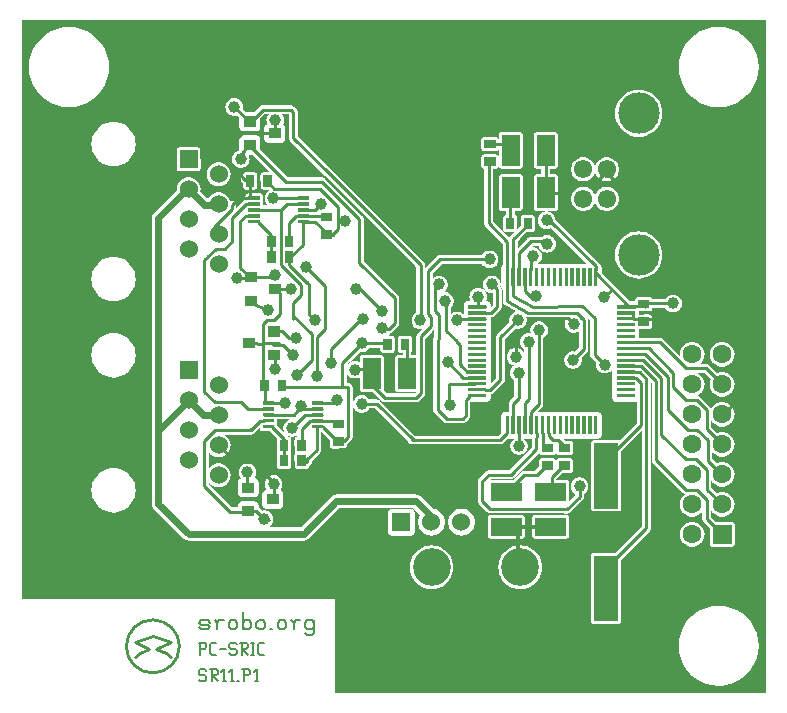
<source format=gbr>
G04 start of page 2 for group 0 idx 0 *
G04 Title: (unknown), component *
G04 Creator: pcb 1.99z *
G04 CreationDate: Mon 26 Jul 2010 02:03:35 GMT UTC *
G04 For: rob *
G04 Format: Gerber/RS-274X *
G04 PCB-Dimensions: 248031 224409 *
G04 PCB-Coordinate-Origin: lower left *
%MOIN*%
%FSLAX25Y25*%
%LNFRONT*%
%ADD11C,0.0200*%
%ADD12C,0.0098*%
%ADD13C,0.0247*%
%ADD14C,0.0197*%
%ADD15C,0.0148*%
%ADD16C,0.0110*%
%ADD17C,0.0248*%
%ADD18C,0.0079*%
%ADD19C,0.1378*%
%ADD20C,0.0610*%
%ADD21C,0.1260*%
%ADD22C,0.0600*%
%ADD23C,0.0630*%
%ADD24C,0.0394*%
%ADD25R,0.0110X0.0110*%
%ADD26R,0.0283X0.0283*%
%ADD27R,0.0600X0.0600*%
%ADD28R,0.0118X0.0118*%
%ADD29R,0.0340X0.0340*%
%ADD30R,0.0807X0.0807*%
%ADD31C,0.1250*%
%ADD32C,0.0905*%
%ADD33C,0.0374*%
%ADD34C,0.0380*%
%ADD35C,0.0350*%
%ADD36C,0.1280*%
%ADD37C,0.0197*%
G54D11*G36*
X176260Y155005D02*X176262Y155006D01*
X176452Y155122D01*
X188522Y143052D01*
X188384Y143019D01*
X188185Y143067D01*
X187950Y143085D01*
X186613Y143067D01*
X186415Y143019D01*
X186217Y143067D01*
X185982Y143085D01*
X184645Y143067D01*
X184447Y143019D01*
X184248Y143067D01*
X184013Y143085D01*
X182676Y143067D01*
X182478Y143019D01*
X182280Y143067D01*
X182045Y143085D01*
X180708Y143067D01*
X180510Y143019D01*
X180311Y143067D01*
X180076Y143085D01*
X178739Y143067D01*
X178541Y143019D01*
X178343Y143067D01*
X178108Y143085D01*
X176771Y143067D01*
X176573Y143019D01*
X176374Y143067D01*
X176260Y143076D01*
Y147050D01*
X176459Y147132D01*
X176854Y147374D01*
X177206Y147675D01*
X177507Y148027D01*
X177749Y148422D01*
X177926Y148850D01*
X178035Y149301D01*
X178071Y149763D01*
X178035Y150225D01*
X177926Y150676D01*
X177749Y151104D01*
X177507Y151499D01*
X177206Y151851D01*
X176854Y152152D01*
X176459Y152394D01*
X176260Y152476D01*
Y155005D01*
G37*
G36*
X233464Y224409D02*X248031D01*
Y0D01*
X233464D01*
Y2491D01*
X234371Y2562D01*
X236408Y3051D01*
X238344Y3853D01*
X240130Y4948D01*
X241723Y6308D01*
X243083Y7901D01*
X244178Y9687D01*
X244980Y11623D01*
X245469Y13660D01*
X245633Y15748D01*
X245469Y17836D01*
X244980Y19873D01*
X244178Y21809D01*
X243083Y23595D01*
X241723Y25188D01*
X240130Y26548D01*
X238344Y27643D01*
X236408Y28445D01*
X234371Y28934D01*
X233464Y29005D01*
Y48748D01*
X236768Y48754D01*
X236918Y48790D01*
X237061Y48849D01*
X237192Y48930D01*
X237310Y49030D01*
X237410Y49148D01*
X237491Y49279D01*
X237550Y49422D01*
X237586Y49572D01*
X237598Y49726D01*
X237586Y56180D01*
X237550Y56330D01*
X237491Y56473D01*
X237410Y56604D01*
X237310Y56722D01*
X237192Y56822D01*
X237061Y56903D01*
X236918Y56962D01*
X236768Y56998D01*
X236614Y57010D01*
X233464Y57004D01*
Y58742D01*
X234111Y58793D01*
X234741Y58944D01*
X235341Y59193D01*
X235894Y59532D01*
X236387Y59953D01*
X236808Y60446D01*
X237147Y60999D01*
X237396Y61599D01*
X237547Y62229D01*
X237598Y62876D01*
X237547Y63523D01*
X237396Y64153D01*
X237147Y64753D01*
X236808Y65306D01*
X236387Y65799D01*
X235894Y66220D01*
X235341Y66559D01*
X234741Y66808D01*
X234111Y66959D01*
X233464Y67010D01*
Y68742D01*
X234111Y68793D01*
X234741Y68944D01*
X235341Y69193D01*
X235894Y69532D01*
X236387Y69953D01*
X236808Y70446D01*
X237147Y70999D01*
X237396Y71599D01*
X237547Y72229D01*
X237598Y72876D01*
X237547Y73523D01*
X237396Y74153D01*
X237147Y74753D01*
X236808Y75306D01*
X236387Y75799D01*
X235894Y76220D01*
X235341Y76559D01*
X234741Y76808D01*
X234111Y76959D01*
X233464Y77010D01*
Y78742D01*
X234111Y78793D01*
X234741Y78944D01*
X235341Y79193D01*
X235894Y79532D01*
X236387Y79953D01*
X236808Y80446D01*
X237147Y80999D01*
X237396Y81599D01*
X237547Y82229D01*
X237598Y82876D01*
X237547Y83523D01*
X237396Y84153D01*
X237147Y84753D01*
X236808Y85306D01*
X236387Y85799D01*
X235894Y86220D01*
X235341Y86559D01*
X234741Y86808D01*
X234111Y86959D01*
X233464Y87010D01*
Y88742D01*
X234111Y88793D01*
X234741Y88944D01*
X235341Y89193D01*
X235894Y89532D01*
X236387Y89953D01*
X236808Y90446D01*
X237147Y90999D01*
X237396Y91599D01*
X237547Y92229D01*
X237598Y92876D01*
X237547Y93523D01*
X237396Y94153D01*
X237147Y94753D01*
X236808Y95306D01*
X236387Y95799D01*
X235894Y96220D01*
X235341Y96559D01*
X234741Y96808D01*
X234111Y96959D01*
X233464Y97010D01*
Y98742D01*
X234111Y98793D01*
X234741Y98944D01*
X235341Y99193D01*
X235894Y99532D01*
X236387Y99953D01*
X236808Y100446D01*
X237147Y100999D01*
X237396Y101599D01*
X237547Y102229D01*
X237598Y102876D01*
X237547Y103523D01*
X237396Y104153D01*
X237147Y104753D01*
X236808Y105306D01*
X236387Y105799D01*
X235894Y106220D01*
X235341Y106559D01*
X234741Y106808D01*
X234111Y106959D01*
X233464Y107010D01*
Y108742D01*
X234111Y108793D01*
X234741Y108944D01*
X235341Y109193D01*
X235894Y109532D01*
X236387Y109953D01*
X236808Y110446D01*
X237147Y110999D01*
X237396Y111599D01*
X237547Y112229D01*
X237598Y112876D01*
X237547Y113523D01*
X237396Y114153D01*
X237147Y114753D01*
X236808Y115306D01*
X236387Y115799D01*
X235894Y116220D01*
X235341Y116559D01*
X234741Y116808D01*
X234111Y116959D01*
X233464Y117010D01*
Y195404D01*
X234371Y195475D01*
X236408Y195964D01*
X238344Y196766D01*
X240130Y197861D01*
X241723Y199221D01*
X243083Y200814D01*
X244178Y202600D01*
X244980Y204536D01*
X245469Y206573D01*
X245633Y208661D01*
X245469Y210749D01*
X244980Y212786D01*
X244178Y214722D01*
X243083Y216508D01*
X241723Y218101D01*
X240130Y219461D01*
X238344Y220556D01*
X236408Y221358D01*
X234371Y221847D01*
X233464Y221918D01*
Y224409D01*
G37*
G36*
Y107010D02*X232817Y106959D01*
X232187Y106808D01*
X231786Y106641D01*
X229198Y109229D01*
X229192Y109236D01*
X229016Y109386D01*
X228894Y109461D01*
X228819Y109507D01*
X228730Y109544D01*
X228604Y109596D01*
X228379Y109650D01*
X228149Y109668D01*
X226053D01*
X226387Y109953D01*
X226808Y110446D01*
X227147Y110999D01*
X227396Y111599D01*
X227547Y112229D01*
X227598Y112876D01*
X227547Y113523D01*
X227396Y114153D01*
X227147Y114753D01*
X226808Y115306D01*
X226387Y115799D01*
X225894Y116220D01*
X225341Y116559D01*
X224741Y116808D01*
X224111Y116959D01*
X223464Y117010D01*
Y198691D01*
X224436Y197861D01*
X226222Y196766D01*
X228158Y195964D01*
X230195Y195475D01*
X232283Y195311D01*
X233464Y195404D01*
Y117010D01*
X232817Y116959D01*
X232187Y116808D01*
X231587Y116559D01*
X231034Y116220D01*
X230541Y115799D01*
X230120Y115306D01*
X229781Y114753D01*
X229532Y114153D01*
X229381Y113523D01*
X229330Y112876D01*
X229381Y112229D01*
X229532Y111599D01*
X229781Y110999D01*
X230120Y110446D01*
X230541Y109953D01*
X231034Y109532D01*
X231587Y109193D01*
X232187Y108944D01*
X232817Y108793D01*
X233464Y108742D01*
Y107010D01*
G37*
G36*
Y97010D02*X232817Y96959D01*
X232187Y96808D01*
X231587Y96559D01*
X231034Y96220D01*
X230541Y95799D01*
X230120Y95306D01*
X229781Y94753D01*
X229778Y94746D01*
X229749Y94868D01*
X229697Y94994D01*
X229660Y95083D01*
X229614Y95158D01*
X229539Y95280D01*
X229389Y95456D01*
X229382Y95462D01*
X226245Y98599D01*
X226239Y98606D01*
X226063Y98756D01*
X225941Y98831D01*
X225866Y98877D01*
X225777Y98914D01*
X225651Y98966D01*
X225426Y99020D01*
X225196Y99038D01*
X224968D01*
X225341Y99193D01*
X225894Y99532D01*
X226387Y99953D01*
X226808Y100446D01*
X227147Y100999D01*
X227396Y101599D01*
X227547Y102229D01*
X227598Y102876D01*
X227547Y103523D01*
X227396Y104153D01*
X227147Y104753D01*
X226808Y105306D01*
X226387Y105799D01*
X225894Y106220D01*
X225341Y106559D01*
X224963Y106716D01*
X227537D01*
X229699Y104554D01*
X229532Y104153D01*
X229381Y103523D01*
X229330Y102876D01*
X229381Y102229D01*
X229532Y101599D01*
X229781Y100999D01*
X230120Y100446D01*
X230541Y99953D01*
X231034Y99532D01*
X231587Y99193D01*
X232187Y98944D01*
X232817Y98793D01*
X233464Y98742D01*
Y97010D01*
G37*
G36*
Y87010D02*X232817Y86959D01*
X232187Y86808D01*
X231869Y86676D01*
X229821Y88724D01*
Y90934D01*
X230120Y90446D01*
X230541Y89953D01*
X231034Y89532D01*
X231587Y89193D01*
X232187Y88944D01*
X232817Y88793D01*
X233464Y88742D01*
Y87010D01*
G37*
G36*
Y77010D02*X232817Y76959D01*
X232187Y76808D01*
X231701Y76607D01*
X230214Y78094D01*
Y80336D01*
X230541Y79953D01*
X231034Y79532D01*
X231587Y79193D01*
X232187Y78944D01*
X232817Y78793D01*
X233464Y78742D01*
Y77010D01*
G37*
G36*
Y67010D02*X232817Y66959D01*
X232187Y66808D01*
X231674Y66595D01*
X229821Y68448D01*
Y70934D01*
X230120Y70446D01*
X230541Y69953D01*
X231034Y69532D01*
X231587Y69193D01*
X232187Y68944D01*
X232817Y68793D01*
X233464Y68742D01*
Y67010D01*
G37*
G36*
Y57004D02*X231427Y57000D01*
X229821Y58606D01*
Y60934D01*
X230120Y60446D01*
X230541Y59953D01*
X231034Y59532D01*
X231587Y59193D01*
X232187Y58944D01*
X232817Y58793D01*
X233464Y58742D01*
Y57004D01*
G37*
G36*
Y29005D02*X232283Y29098D01*
X230195Y28934D01*
X228158Y28445D01*
X226222Y27643D01*
X224436Y26548D01*
X223464Y25718D01*
Y48742D01*
X224111Y48793D01*
X224741Y48944D01*
X225341Y49193D01*
X225894Y49532D01*
X226387Y49953D01*
X226808Y50446D01*
X227147Y50999D01*
X227396Y51599D01*
X227547Y52229D01*
X227598Y52876D01*
X227547Y53523D01*
X227396Y54153D01*
X227147Y54753D01*
X226808Y55306D01*
X226387Y55799D01*
X225894Y56220D01*
X225341Y56559D01*
X224741Y56808D01*
X224111Y56959D01*
X223464Y57010D01*
Y58742D01*
X224111Y58793D01*
X224741Y58944D01*
X225341Y59193D01*
X225894Y59532D01*
X226387Y59953D01*
X226808Y60446D01*
X226869Y60546D01*
Y57995D01*
X226887Y57764D01*
X226941Y57539D01*
X227030Y57325D01*
X227151Y57127D01*
X227301Y56951D01*
X227308Y56945D01*
X229332Y54921D01*
X229342Y49572D01*
X229378Y49422D01*
X229437Y49279D01*
X229518Y49148D01*
X229618Y49030D01*
X229736Y48930D01*
X229867Y48849D01*
X230010Y48790D01*
X230160Y48754D01*
X230314Y48742D01*
X233464Y48748D01*
Y29005D01*
G37*
G36*
Y0D02*X223464D01*
Y5778D01*
X224436Y4948D01*
X226222Y3853D01*
X228158Y3051D01*
X230195Y2562D01*
X232283Y2398D01*
X233464Y2491D01*
Y0D01*
G37*
G36*
X223464Y224409D02*X233464D01*
Y221918D01*
X232283Y222011D01*
X230195Y221847D01*
X228158Y221358D01*
X226222Y220556D01*
X224436Y219461D01*
X223464Y218631D01*
Y224409D01*
G37*
G36*
Y0D02*X176260D01*
Y51405D01*
X181534Y51411D01*
X181687Y51448D01*
X181832Y51508D01*
X181966Y51590D01*
X182085Y51692D01*
X182187Y51811D01*
X182269Y51945D01*
X182329Y52090D01*
X182366Y52243D01*
X182378Y52399D01*
X182366Y58555D01*
X182329Y58708D01*
X182269Y58853D01*
X182187Y58987D01*
X182085Y59106D01*
X181966Y59208D01*
X181832Y59290D01*
X181687Y59350D01*
X181534Y59387D01*
X181378Y59399D01*
X176260Y59393D01*
Y59941D01*
X180535D01*
X180646Y59895D01*
X180871Y59841D01*
X181102Y59823D01*
X181732D01*
X181963Y59841D01*
X181991Y59848D01*
X182033Y59851D01*
X182258Y59905D01*
X182472Y59994D01*
X182669Y60115D01*
X182845Y60265D01*
X186976Y64396D01*
X186990Y64408D01*
X187140Y64584D01*
X187262Y64782D01*
X187350Y64996D01*
X187404Y65221D01*
X187422Y65452D01*
Y66426D01*
X187682Y66585D01*
X188034Y66886D01*
X188335Y67238D01*
X188577Y67633D01*
X188754Y68061D01*
X188863Y68512D01*
X188899Y68974D01*
X188863Y69436D01*
X188754Y69887D01*
X188577Y70315D01*
X188335Y70710D01*
X188034Y71062D01*
X187682Y71363D01*
X187287Y71605D01*
X186859Y71782D01*
X186408Y71891D01*
X185946Y71927D01*
X185484Y71891D01*
X185033Y71782D01*
X184605Y71605D01*
X184210Y71363D01*
X183858Y71062D01*
X183557Y70710D01*
X183315Y70315D01*
X183138Y69887D01*
X183029Y69436D01*
X182993Y68974D01*
X183029Y68512D01*
X183138Y68061D01*
X183315Y67633D01*
X183557Y67238D01*
X183858Y66886D01*
X184210Y66585D01*
X184470Y66426D01*
Y66064D01*
X182365Y63959D01*
X182366Y63963D01*
X182378Y64119D01*
X182366Y70275D01*
X182329Y70428D01*
X182269Y70573D01*
X182187Y70707D01*
X182085Y70826D01*
X181966Y70928D01*
X181832Y71010D01*
X181687Y71070D01*
X181534Y71107D01*
X181378Y71119D01*
X178208Y71115D01*
Y71444D01*
X180150Y73386D01*
X182999Y73395D01*
X183149Y73431D01*
X183292Y73490D01*
X183423Y73571D01*
X183541Y73671D01*
X183641Y73789D01*
X183722Y73920D01*
X183781Y74063D01*
X183817Y74213D01*
X183829Y74367D01*
X183817Y77353D01*
X183781Y77503D01*
X183722Y77646D01*
X183641Y77777D01*
X183541Y77895D01*
X183423Y77995D01*
X183292Y78076D01*
X183149Y78135D01*
X182999Y78171D01*
X182845Y78183D01*
X178891Y78171D01*
X178741Y78135D01*
X178598Y78076D01*
X178467Y77995D01*
X178349Y77895D01*
X178249Y77777D01*
X178168Y77646D01*
X178117Y77522D01*
X178112Y77543D01*
X178053Y77686D01*
X177972Y77817D01*
X177872Y77935D01*
X177754Y78035D01*
X177623Y78116D01*
X177480Y78175D01*
X177330Y78211D01*
X177176Y78223D01*
X176260Y78220D01*
Y79266D01*
X177330Y79269D01*
X177480Y79305D01*
X177623Y79364D01*
X177754Y79445D01*
X177872Y79545D01*
X177972Y79663D01*
X178053Y79794D01*
X178104Y79918D01*
X178109Y79897D01*
X178168Y79754D01*
X178249Y79623D01*
X178349Y79505D01*
X178467Y79405D01*
X178598Y79324D01*
X178741Y79265D01*
X178891Y79229D01*
X179045Y79217D01*
X182999Y79229D01*
X183149Y79265D01*
X183292Y79324D01*
X183423Y79405D01*
X183541Y79505D01*
X183641Y79623D01*
X183722Y79754D01*
X183781Y79897D01*
X183817Y80047D01*
X183829Y80201D01*
X183817Y83187D01*
X183781Y83337D01*
X183722Y83480D01*
X183641Y83611D01*
X183541Y83729D01*
X183423Y83829D01*
X183292Y83910D01*
X183149Y83969D01*
X182999Y84005D01*
X182845Y84017D01*
X181303Y84012D01*
X180542Y84773D01*
X180709Y84733D01*
X180944Y84715D01*
X182281Y84733D01*
X182479Y84781D01*
X182677Y84733D01*
X182912Y84715D01*
X184249Y84733D01*
X184447Y84781D01*
X184646Y84733D01*
X184881Y84715D01*
X186218Y84733D01*
X186416Y84781D01*
X186614Y84733D01*
X186849Y84715D01*
X188186Y84733D01*
X188384Y84781D01*
X188583Y84733D01*
X188818Y84715D01*
X190155Y84733D01*
X190353Y84781D01*
X190551Y84733D01*
X190786Y84715D01*
X192123Y84733D01*
X192352Y84788D01*
X192569Y84878D01*
X192770Y85001D01*
X192949Y85154D01*
X193102Y85333D01*
X193225Y85534D01*
X193315Y85751D01*
X193370Y85980D01*
X193388Y86215D01*
X193370Y92450D01*
X193315Y92679D01*
X193225Y92896D01*
X193102Y93097D01*
X192949Y93276D01*
X192770Y93429D01*
X192569Y93552D01*
X192352Y93642D01*
X192123Y93697D01*
X191888Y93715D01*
X190551Y93697D01*
X190353Y93649D01*
X190155Y93697D01*
X189920Y93715D01*
X188583Y93697D01*
X188384Y93649D01*
X188186Y93697D01*
X187951Y93715D01*
X186614Y93697D01*
X186416Y93649D01*
X186218Y93697D01*
X185983Y93715D01*
X184646Y93697D01*
X184447Y93649D01*
X184249Y93697D01*
X184014Y93715D01*
X182677Y93697D01*
X182479Y93649D01*
X182281Y93697D01*
X182046Y93715D01*
X180709Y93697D01*
X180510Y93649D01*
X180312Y93697D01*
X180077Y93715D01*
X178740Y93697D01*
X178542Y93649D01*
X178344Y93697D01*
X178109Y93715D01*
X176772Y93697D01*
X176573Y93649D01*
X176375Y93697D01*
X176260Y93706D01*
Y125180D01*
X180799D01*
X180787Y125131D01*
X180766Y124900D01*
X180782Y124669D01*
X180833Y124443D01*
X180920Y124229D01*
X181039Y124030D01*
X181177Y123864D01*
X181097Y123535D01*
X181061Y123073D01*
X181097Y122611D01*
X181206Y122160D01*
X181383Y121732D01*
X181625Y121337D01*
X181926Y120985D01*
X182278Y120684D01*
X182673Y120442D01*
X183101Y120265D01*
X183552Y120156D01*
X184014Y120120D01*
X184476Y120156D01*
X184927Y120265D01*
X185355Y120442D01*
X185750Y120684D01*
X185885Y120799D01*
Y115220D01*
X184497Y113832D01*
X184201Y113903D01*
X183739Y113939D01*
X183277Y113903D01*
X182826Y113794D01*
X182398Y113617D01*
X182003Y113375D01*
X181651Y113074D01*
X181350Y112722D01*
X181108Y112327D01*
X180931Y111899D01*
X180822Y111448D01*
X180786Y110986D01*
X180822Y110524D01*
X180931Y110073D01*
X181108Y109645D01*
X181350Y109250D01*
X181651Y108898D01*
X182003Y108597D01*
X182398Y108355D01*
X182826Y108178D01*
X183277Y108069D01*
X183739Y108033D01*
X184201Y108069D01*
X184652Y108178D01*
X185080Y108355D01*
X185475Y108597D01*
X185827Y108898D01*
X186128Y109250D01*
X186370Y109645D01*
X186547Y110073D01*
X186656Y110524D01*
X186692Y110986D01*
X186656Y111448D01*
X186584Y111745D01*
X188391Y113552D01*
X188405Y113564D01*
X188555Y113740D01*
X188677Y113938D01*
X188765Y114152D01*
X188819Y114377D01*
X188837Y114608D01*
Y124321D01*
X188836Y124339D01*
X188819Y124551D01*
X188765Y124776D01*
X188713Y124902D01*
X188676Y124991D01*
X188636Y125056D01*
X188558Y125183D01*
X189508Y124234D01*
Y112836D01*
X189507Y112824D01*
X189525Y112593D01*
X189579Y112368D01*
X189668Y112154D01*
X189789Y111956D01*
X189939Y111780D01*
X191484Y110235D01*
X191412Y109939D01*
X191376Y109477D01*
X191412Y109015D01*
X191521Y108564D01*
X191698Y108136D01*
X191940Y107741D01*
X192241Y107389D01*
X192593Y107088D01*
X192988Y106846D01*
X193416Y106669D01*
X193867Y106560D01*
X194329Y106524D01*
X194791Y106560D01*
X195242Y106669D01*
X195670Y106846D01*
X196065Y107088D01*
X196417Y107389D01*
X196718Y107741D01*
X196791Y107861D01*
X196776Y107797D01*
X196758Y107562D01*
X196776Y106225D01*
X196824Y106026D01*
X196776Y105828D01*
X196758Y105593D01*
X196776Y104256D01*
X196824Y104058D01*
X196776Y103860D01*
X196758Y103625D01*
X196776Y102288D01*
X196824Y102089D01*
X196776Y101891D01*
X196758Y101656D01*
X196776Y100319D01*
X196824Y100121D01*
X196776Y99923D01*
X196758Y99688D01*
X196776Y98351D01*
X196831Y98122D01*
X196921Y97905D01*
X197044Y97704D01*
X197197Y97525D01*
X197376Y97372D01*
X197577Y97249D01*
X197794Y97159D01*
X198023Y97104D01*
X198258Y97086D01*
X204493Y97104D01*
X204722Y97159D01*
X204939Y97249D01*
X204993Y97282D01*
Y89992D01*
X199283Y84204D01*
X199247Y84226D01*
X199104Y84285D01*
X198954Y84321D01*
X198800Y84333D01*
X190574Y84321D01*
X190424Y84285D01*
X190281Y84226D01*
X190150Y84145D01*
X190032Y84045D01*
X189932Y83927D01*
X189851Y83796D01*
X189792Y83653D01*
X189756Y83503D01*
X189744Y83349D01*
X189756Y61343D01*
X189792Y61193D01*
X189851Y61050D01*
X189932Y60919D01*
X190032Y60801D01*
X190150Y60701D01*
X190281Y60620D01*
X190424Y60561D01*
X190574Y60525D01*
X190728Y60513D01*
X198954Y60525D01*
X199104Y60561D01*
X199247Y60620D01*
X199378Y60701D01*
X199496Y60801D01*
X199596Y60919D01*
X199677Y61050D01*
X199736Y61193D01*
X199772Y61343D01*
X199784Y61497D01*
X199774Y80500D01*
X206765Y87586D01*
Y55629D01*
X197870Y46734D01*
X190574Y46723D01*
X190424Y46687D01*
X190281Y46628D01*
X190150Y46547D01*
X190032Y46447D01*
X189932Y46329D01*
X189851Y46198D01*
X189792Y46055D01*
X189756Y45905D01*
X189744Y45751D01*
X189756Y23745D01*
X189792Y23595D01*
X189851Y23452D01*
X189932Y23321D01*
X190032Y23203D01*
X190150Y23103D01*
X190281Y23022D01*
X190424Y22963D01*
X190574Y22927D01*
X190728Y22915D01*
X198954Y22927D01*
X199104Y22963D01*
X199247Y23022D01*
X199378Y23103D01*
X199496Y23203D01*
X199596Y23321D01*
X199677Y23452D01*
X199736Y23595D01*
X199772Y23745D01*
X199784Y23899D01*
X199773Y44463D01*
X209271Y53961D01*
X209285Y53973D01*
X209435Y54149D01*
X209557Y54347D01*
X209645Y54561D01*
X209699Y54786D01*
X209717Y55017D01*
Y103669D01*
X209939Y103447D01*
Y77680D01*
X209957Y77449D01*
X210011Y77224D01*
X210100Y77010D01*
X210221Y76812D01*
X210371Y76636D01*
X210378Y76630D01*
X220208Y66800D01*
X220214Y66793D01*
X220390Y66643D01*
X220588Y66522D01*
X220802Y66433D01*
X221027Y66379D01*
X221258Y66361D01*
X221264D01*
X221034Y66220D01*
X220541Y65799D01*
X220120Y65306D01*
X219781Y64753D01*
X219532Y64153D01*
X219381Y63523D01*
X219330Y62876D01*
X219381Y62229D01*
X219532Y61599D01*
X219781Y60999D01*
X220120Y60446D01*
X220541Y59953D01*
X221034Y59532D01*
X221587Y59193D01*
X222187Y58944D01*
X222817Y58793D01*
X223464Y58742D01*
Y57010D01*
X222817Y56959D01*
X222187Y56808D01*
X221587Y56559D01*
X221034Y56220D01*
X220541Y55799D01*
X220120Y55306D01*
X219781Y54753D01*
X219532Y54153D01*
X219381Y53523D01*
X219330Y52876D01*
X219381Y52229D01*
X219532Y51599D01*
X219781Y50999D01*
X220120Y50446D01*
X220541Y49953D01*
X221034Y49532D01*
X221587Y49193D01*
X222187Y48944D01*
X222817Y48793D01*
X223464Y48742D01*
Y25718D01*
X222843Y25188D01*
X221483Y23595D01*
X220388Y21809D01*
X219586Y19873D01*
X219097Y17836D01*
X218933Y15748D01*
X219097Y13660D01*
X219586Y11623D01*
X220388Y9687D01*
X221483Y7901D01*
X222843Y6308D01*
X223464Y5778D01*
Y0D01*
G37*
G36*
X205667Y224409D02*X223464D01*
Y218631D01*
X222843Y218101D01*
X221483Y216508D01*
X220388Y214722D01*
X219586Y212786D01*
X219097Y210749D01*
X218933Y208661D01*
X219097Y206573D01*
X219586Y204536D01*
X220388Y202600D01*
X221483Y200814D01*
X222843Y199221D01*
X223464Y198691D01*
Y117010D01*
X222817Y116959D01*
X222187Y116808D01*
X221587Y116559D01*
X221034Y116220D01*
X220541Y115799D01*
X220120Y115306D01*
X219781Y114753D01*
X219532Y114153D01*
X219381Y113523D01*
X219330Y112876D01*
X219370Y112364D01*
X213844Y117890D01*
X213838Y117897D01*
X213662Y118047D01*
X213540Y118122D01*
X213465Y118168D01*
X213376Y118205D01*
X213250Y118257D01*
X213025Y118311D01*
X212813Y118328D01*
X212795Y118329D01*
X205757D01*
X205740Y119608D01*
X205692Y119806D01*
X205740Y120004D01*
X205758Y120239D01*
X205743Y121380D01*
X209336Y121391D01*
X209486Y121427D01*
X209629Y121486D01*
X209760Y121567D01*
X209878Y121667D01*
X209978Y121785D01*
X210059Y121916D01*
X210118Y122059D01*
X210154Y122209D01*
X210166Y122363D01*
X210154Y125349D01*
X210118Y125499D01*
X210059Y125642D01*
X209978Y125773D01*
X209878Y125891D01*
X209760Y125991D01*
X209629Y126072D01*
X209486Y126131D01*
X209336Y126167D01*
X209182Y126179D01*
X205758Y126169D01*
X205744Y127214D01*
X207473Y127219D01*
X207490Y127217D01*
X207535Y127206D01*
X207610Y127200D01*
X207675Y127191D01*
X207717Y127192D01*
X207766Y127188D01*
X207841Y127194D01*
X207907Y127195D01*
X207948Y127202D01*
X207997Y127206D01*
X208058Y127221D01*
X209336Y127225D01*
X209486Y127261D01*
X209629Y127320D01*
X209760Y127401D01*
X209878Y127501D01*
X209978Y127619D01*
X210059Y127750D01*
X210118Y127893D01*
X210154Y128043D01*
X210166Y128197D01*
X210165Y128369D01*
X214576D01*
X214735Y128109D01*
X215036Y127757D01*
X215388Y127456D01*
X215783Y127214D01*
X216211Y127037D01*
X216662Y126928D01*
X217124Y126892D01*
X217586Y126928D01*
X218037Y127037D01*
X218465Y127214D01*
X218860Y127456D01*
X219212Y127757D01*
X219513Y128109D01*
X219755Y128504D01*
X219932Y128932D01*
X220041Y129383D01*
X220077Y129845D01*
X220041Y130307D01*
X219932Y130758D01*
X219755Y131186D01*
X219513Y131581D01*
X219212Y131933D01*
X218860Y132234D01*
X218465Y132476D01*
X218037Y132653D01*
X217586Y132762D01*
X217124Y132798D01*
X216662Y132762D01*
X216211Y132653D01*
X215783Y132476D01*
X215388Y132234D01*
X215036Y131933D01*
X214735Y131581D01*
X214576Y131321D01*
X210121D01*
X210118Y131333D01*
X210059Y131476D01*
X209978Y131607D01*
X209878Y131725D01*
X209760Y131825D01*
X209629Y131906D01*
X209486Y131965D01*
X209336Y132001D01*
X209182Y132013D01*
X205667Y132002D01*
Y138151D01*
X206899Y138248D01*
X208100Y138536D01*
X209242Y139009D01*
X210295Y139655D01*
X211235Y140457D01*
X212037Y141397D01*
X212683Y142450D01*
X213156Y143592D01*
X213444Y144793D01*
X213541Y146025D01*
X213444Y147257D01*
X213156Y148458D01*
X212683Y149600D01*
X212037Y150653D01*
X211235Y151593D01*
X210295Y152395D01*
X209242Y153041D01*
X208100Y153514D01*
X206899Y153802D01*
X205667Y153899D01*
Y185395D01*
X206899Y185492D01*
X208100Y185780D01*
X209242Y186253D01*
X210295Y186899D01*
X211235Y187701D01*
X212037Y188641D01*
X212683Y189694D01*
X213156Y190836D01*
X213444Y192037D01*
X213541Y193269D01*
X213444Y194501D01*
X213156Y195702D01*
X212683Y196844D01*
X212037Y197897D01*
X211235Y198837D01*
X210295Y199639D01*
X209242Y200285D01*
X208100Y200758D01*
X206899Y201046D01*
X205667Y201143D01*
Y224409D01*
G37*
G36*
X191061D02*X205667D01*
Y201143D01*
X204435Y201046D01*
X203234Y200758D01*
X202092Y200285D01*
X201039Y199639D01*
X200099Y198837D01*
X199297Y197897D01*
X198651Y196844D01*
X198178Y195702D01*
X197890Y194501D01*
X197793Y193269D01*
X197890Y192037D01*
X198178Y190836D01*
X198651Y189694D01*
X199297Y188641D01*
X200099Y187701D01*
X201039Y186899D01*
X202092Y186253D01*
X203234Y185780D01*
X204435Y185492D01*
X205667Y185395D01*
Y153899D01*
X204435Y153802D01*
X203234Y153514D01*
X202092Y153041D01*
X201039Y152395D01*
X200099Y151593D01*
X199297Y150653D01*
X198651Y149600D01*
X198178Y148458D01*
X197890Y147257D01*
X197793Y146025D01*
X197890Y144793D01*
X198178Y143592D01*
X198651Y142450D01*
X199297Y141397D01*
X200099Y140457D01*
X201039Y139655D01*
X202092Y139009D01*
X203234Y138536D01*
X204435Y138248D01*
X205667Y138151D01*
Y132002D01*
X205228Y132001D01*
X205078Y131965D01*
X204935Y131906D01*
X204804Y131825D01*
X204686Y131725D01*
X204586Y131607D01*
X204505Y131476D01*
X204446Y131333D01*
X204410Y131183D01*
X204398Y131029D01*
X204399Y130704D01*
X204258Y130715D01*
X202598Y130710D01*
X193374Y139934D01*
X193369Y141820D01*
X193314Y142049D01*
X193224Y142266D01*
X193101Y142467D01*
X192948Y142646D01*
X192769Y142799D01*
X192720Y142829D01*
X192688Y142907D01*
X192651Y142996D01*
X192605Y143071D01*
X192530Y143193D01*
X192380Y143369D01*
X192373Y143375D01*
X191061Y144687D01*
Y163894D01*
X191160Y163479D01*
X191403Y162894D01*
X191734Y162354D01*
X192145Y161873D01*
X192626Y161462D01*
X193166Y161131D01*
X193751Y160888D01*
X194367Y160741D01*
X194998Y160691D01*
X195629Y160741D01*
X196245Y160888D01*
X196830Y161131D01*
X197370Y161462D01*
X197851Y161873D01*
X198262Y162354D01*
X198593Y162894D01*
X198836Y163479D01*
X198983Y164095D01*
X199033Y164726D01*
X198983Y165357D01*
X198836Y165973D01*
X198593Y166558D01*
X198262Y167098D01*
X197851Y167579D01*
X197370Y167990D01*
X196830Y168321D01*
X196245Y168564D01*
X195629Y168711D01*
X194998Y168761D01*
X194367Y168711D01*
X193751Y168564D01*
X193166Y168321D01*
X192626Y167990D01*
X192145Y167579D01*
X191734Y167098D01*
X191403Y166558D01*
X191160Y165973D01*
X191061Y165558D01*
Y173736D01*
X191160Y173321D01*
X191403Y172736D01*
X191734Y172196D01*
X192145Y171715D01*
X192626Y171304D01*
X193166Y170973D01*
X193751Y170730D01*
X194367Y170583D01*
X194998Y170533D01*
X195629Y170583D01*
X196245Y170730D01*
X196830Y170973D01*
X197370Y171304D01*
X197851Y171715D01*
X198262Y172196D01*
X198593Y172736D01*
X198836Y173321D01*
X198983Y173937D01*
X199033Y174568D01*
X198983Y175199D01*
X198836Y175815D01*
X198593Y176400D01*
X198262Y176940D01*
X197851Y177421D01*
X197370Y177832D01*
X196830Y178163D01*
X196245Y178406D01*
X195629Y178553D01*
X194998Y178603D01*
X194367Y178553D01*
X193751Y178406D01*
X193166Y178163D01*
X192626Y177832D01*
X192145Y177421D01*
X191734Y176940D01*
X191403Y176400D01*
X191160Y175815D01*
X191061Y175400D01*
Y224409D01*
G37*
G36*
X176260D02*X191061D01*
Y175400D01*
X190962Y175815D01*
X190719Y176400D01*
X190388Y176940D01*
X189977Y177421D01*
X189496Y177832D01*
X188956Y178163D01*
X188371Y178406D01*
X187755Y178553D01*
X187124Y178603D01*
X186493Y178553D01*
X185877Y178406D01*
X185292Y178163D01*
X184752Y177832D01*
X184271Y177421D01*
X183860Y176940D01*
X183529Y176400D01*
X183286Y175815D01*
X183139Y175199D01*
X183089Y174568D01*
X183139Y173937D01*
X183286Y173321D01*
X183529Y172736D01*
X183860Y172196D01*
X184271Y171715D01*
X184752Y171304D01*
X185292Y170973D01*
X185877Y170730D01*
X186493Y170583D01*
X187124Y170533D01*
X187755Y170583D01*
X188371Y170730D01*
X188956Y170973D01*
X189496Y171304D01*
X189977Y171715D01*
X190388Y172196D01*
X190719Y172736D01*
X190962Y173321D01*
X191061Y173736D01*
Y165558D01*
X190962Y165973D01*
X190719Y166558D01*
X190388Y167098D01*
X189977Y167579D01*
X189496Y167990D01*
X188956Y168321D01*
X188371Y168564D01*
X187755Y168711D01*
X187124Y168761D01*
X186493Y168711D01*
X185877Y168564D01*
X185292Y168321D01*
X184752Y167990D01*
X184271Y167579D01*
X183860Y167098D01*
X183529Y166558D01*
X183286Y165973D01*
X183139Y165357D01*
X183089Y164726D01*
X183139Y164095D01*
X183286Y163479D01*
X183529Y162894D01*
X183860Y162354D01*
X184271Y161873D01*
X184752Y161462D01*
X185292Y161131D01*
X185877Y160888D01*
X186493Y160741D01*
X187124Y160691D01*
X187755Y160741D01*
X188371Y160888D01*
X188956Y161131D01*
X189496Y161462D01*
X189977Y161873D01*
X190388Y162354D01*
X190719Y162894D01*
X190962Y163479D01*
X191061Y163894D01*
Y144687D01*
X177854Y157894D01*
X177838Y158099D01*
X177729Y158550D01*
X177552Y158978D01*
X177310Y159373D01*
X177009Y159725D01*
X176657Y160026D01*
X176262Y160268D01*
X176260Y160269D01*
Y160665D01*
X177867Y160668D01*
X178020Y160705D01*
X178165Y160765D01*
X178299Y160847D01*
X178418Y160949D01*
X178520Y161068D01*
X178602Y161202D01*
X178662Y161347D01*
X178699Y161500D01*
X178711Y161656D01*
X178699Y172048D01*
X178662Y172201D01*
X178602Y172346D01*
X178520Y172480D01*
X178418Y172599D01*
X178299Y172701D01*
X178165Y172783D01*
X178020Y172843D01*
X177867Y172880D01*
X177711Y172892D01*
X176260Y172889D01*
Y174800D01*
X177866Y174803D01*
X178019Y174840D01*
X178164Y174900D01*
X178298Y174982D01*
X178417Y175084D01*
X178519Y175203D01*
X178601Y175337D01*
X178661Y175482D01*
X178698Y175635D01*
X178710Y175791D01*
X178698Y186183D01*
X178661Y186336D01*
X178601Y186481D01*
X178519Y186615D01*
X178417Y186734D01*
X178298Y186836D01*
X178164Y186918D01*
X178019Y186978D01*
X177866Y187015D01*
X177710Y187027D01*
X176260Y187024D01*
Y224409D01*
G37*
G36*
X156109Y71070D02*X156358Y71319D01*
X163031D01*
X163262Y71337D01*
X163487Y71391D01*
X163701Y71480D01*
X163899Y71601D01*
X164075Y71751D01*
X164087Y71765D01*
X172405Y80083D01*
X172440Y79937D01*
X172499Y79794D01*
X172580Y79663D01*
X172680Y79545D01*
X172798Y79445D01*
X172929Y79364D01*
X173072Y79305D01*
X173222Y79269D01*
X173376Y79257D01*
X176260Y79266D01*
Y78220D01*
X173222Y78211D01*
X173072Y78175D01*
X172929Y78116D01*
X172798Y78035D01*
X172680Y77935D01*
X172580Y77817D01*
X172499Y77686D01*
X172440Y77543D01*
X172404Y77393D01*
X172392Y77239D01*
X172399Y75518D01*
X170994Y74113D01*
X167402D01*
X167171Y74095D01*
X166946Y74041D01*
X166732Y73953D01*
X166534Y73831D01*
X166358Y73681D01*
X163793Y71116D01*
X156261Y71107D01*
X156109Y71070D01*
G37*
G36*
X176186Y172889D02*Y174800D01*
X176260D01*
Y172889D01*
X176186D01*
G37*
G36*
X176260Y143076D02*X176139Y143085D01*
X174802Y143067D01*
X174604Y143019D01*
X174406Y143067D01*
X174171Y143085D01*
X172834Y143067D01*
X172636Y143019D01*
X172437Y143067D01*
X172202Y143085D01*
X171950Y143082D01*
X172209Y143240D01*
X172561Y143541D01*
X172862Y143893D01*
X173104Y144288D01*
X173281Y144716D01*
X173390Y145167D01*
X173426Y145629D01*
X173390Y146091D01*
X173281Y146542D01*
X173104Y146970D01*
X172862Y147365D01*
X172561Y147717D01*
X172209Y148018D01*
X171814Y148260D01*
X171386Y148437D01*
X170935Y148546D01*
X170473Y148582D01*
X170011Y148546D01*
X169679Y148466D01*
X170254Y149035D01*
X172265D01*
X172310Y148850D01*
X172487Y148422D01*
X172729Y148027D01*
X173030Y147675D01*
X173382Y147374D01*
X173777Y147132D01*
X174205Y146955D01*
X174656Y146846D01*
X175118Y146810D01*
X175580Y146846D01*
X176031Y146955D01*
X176260Y147050D01*
Y143076D01*
G37*
G36*
X166139Y59941D02*X176260D01*
Y59393D01*
X170986Y59387D01*
X170833Y59350D01*
X170688Y59290D01*
X170554Y59208D01*
X170435Y59106D01*
X170333Y58987D01*
X170251Y58853D01*
X170191Y58708D01*
X170154Y58555D01*
X170142Y58399D01*
X170154Y52243D01*
X170191Y52090D01*
X170251Y51945D01*
X170333Y51811D01*
X170435Y51692D01*
X170554Y51590D01*
X170688Y51508D01*
X170833Y51448D01*
X170986Y51411D01*
X171142Y51399D01*
X176260Y51405D01*
Y0D01*
X166139D01*
Y34596D01*
X167281Y34686D01*
X168395Y34953D01*
X169453Y35392D01*
X170430Y35990D01*
X171301Y36734D01*
X172045Y37605D01*
X172643Y38582D01*
X173082Y39640D01*
X173349Y40754D01*
X173439Y41896D01*
X173349Y43038D01*
X173082Y44152D01*
X172643Y45210D01*
X172045Y46187D01*
X171301Y47058D01*
X170430Y47802D01*
X169453Y48400D01*
X168395Y48839D01*
X167281Y49106D01*
X166139Y49196D01*
Y51410D01*
X166809Y51411D01*
X166962Y51448D01*
X167107Y51508D01*
X167241Y51590D01*
X167360Y51692D01*
X167462Y51811D01*
X167544Y51945D01*
X167604Y52090D01*
X167641Y52243D01*
X167653Y52399D01*
X167641Y58555D01*
X167604Y58708D01*
X167544Y58853D01*
X167462Y58987D01*
X167360Y59106D01*
X167241Y59208D01*
X167107Y59290D01*
X166962Y59350D01*
X166809Y59387D01*
X166653Y59399D01*
X166139Y59398D01*
Y59941D01*
G37*
G36*
Y79482D02*X166208Y79487D01*
X166659Y79596D01*
X167087Y79773D01*
X167482Y80015D01*
X167834Y80316D01*
X168135Y80668D01*
X168377Y81063D01*
X168554Y81491D01*
X168663Y81942D01*
X168699Y82404D01*
X168663Y82866D01*
X168554Y83317D01*
X168377Y83745D01*
X168135Y84140D01*
X167834Y84492D01*
X167567Y84720D01*
X168501Y84733D01*
X168699Y84781D01*
X168898Y84733D01*
X169133Y84715D01*
X170069Y84728D01*
X170021Y83792D01*
X170020Y83779D01*
Y81872D01*
X166139Y77991D01*
Y79482D01*
G37*
G36*
Y116492D02*X166206Y116215D01*
X166383Y115787D01*
X166625Y115392D01*
X166926Y115040D01*
X167278Y114739D01*
X167538Y114580D01*
Y112685D01*
X167452Y113041D01*
X167275Y113469D01*
X167033Y113864D01*
X166732Y114216D01*
X166380Y114517D01*
X166139Y114665D01*
Y116492D01*
G37*
G36*
Y121521D02*X166307Y121562D01*
X166735Y121739D01*
X167130Y121981D01*
X167482Y122282D01*
X167783Y122634D01*
X168025Y123029D01*
X168202Y123457D01*
X168311Y123908D01*
X168347Y124370D01*
X168311Y124832D01*
X168202Y125283D01*
X168163Y125376D01*
X168177Y125368D01*
X168200Y125357D01*
X168227Y125341D01*
X168302Y125310D01*
X168388Y125270D01*
X168417Y125262D01*
X168441Y125252D01*
X168534Y125229D01*
X168612Y125208D01*
X168636Y125205D01*
X168666Y125198D01*
X168759Y125191D01*
X168842Y125181D01*
X168869Y125182D01*
X168897Y125180D01*
X176260D01*
Y93706D01*
X176140Y93715D01*
X174803Y93697D01*
X174605Y93649D01*
X174407Y93697D01*
X174172Y93715D01*
X172835Y93697D01*
X172636Y93649D01*
X172438Y93697D01*
X172203Y93715D01*
X171821Y93710D01*
X173391Y95280D01*
X173405Y95292D01*
X173555Y95468D01*
X173677Y95666D01*
X173765Y95880D01*
X173819Y96105D01*
X173837Y96336D01*
Y118391D01*
X174175Y118598D01*
X174527Y118899D01*
X174828Y119251D01*
X175070Y119646D01*
X175247Y120074D01*
X175356Y120525D01*
X175392Y120987D01*
X175356Y121449D01*
X175247Y121900D01*
X175070Y122328D01*
X174828Y122723D01*
X174527Y123075D01*
X174175Y123376D01*
X173780Y123618D01*
X173352Y123795D01*
X172901Y123904D01*
X172439Y123940D01*
X171977Y123904D01*
X171526Y123795D01*
X171098Y123618D01*
X170703Y123376D01*
X170351Y123075D01*
X170050Y122723D01*
X169808Y122328D01*
X169631Y121900D01*
X169522Y121449D01*
X169486Y120987D01*
X169522Y120525D01*
X169631Y120074D01*
X169662Y120000D01*
X169476Y120045D01*
X169014Y120081D01*
X168552Y120045D01*
X168101Y119936D01*
X167673Y119759D01*
X167278Y119517D01*
X166926Y119216D01*
X166625Y118864D01*
X166383Y118469D01*
X166206Y118041D01*
X166139Y117764D01*
Y121521D01*
G37*
G36*
Y224409D02*X176260D01*
Y187024D01*
X171554Y187015D01*
X171401Y186978D01*
X171256Y186918D01*
X171122Y186836D01*
X171003Y186734D01*
X170901Y186615D01*
X170819Y186481D01*
X170759Y186336D01*
X170722Y186183D01*
X170710Y186027D01*
X170722Y175635D01*
X170759Y175482D01*
X170819Y175337D01*
X170901Y175203D01*
X171003Y175084D01*
X171122Y174982D01*
X171256Y174900D01*
X171401Y174840D01*
X171554Y174803D01*
X171710Y174791D01*
X173234Y174794D01*
Y172883D01*
X171555Y172880D01*
X171402Y172843D01*
X171257Y172783D01*
X171123Y172701D01*
X171004Y172599D01*
X170902Y172480D01*
X170820Y172346D01*
X170760Y172201D01*
X170723Y172048D01*
X170711Y171892D01*
X170723Y161500D01*
X170760Y161347D01*
X170820Y161202D01*
X170902Y161068D01*
X171004Y160949D01*
X171123Y160847D01*
X171257Y160765D01*
X171402Y160705D01*
X171555Y160668D01*
X171711Y160656D01*
X176260Y160665D01*
Y160269D01*
X175834Y160445D01*
X175383Y160554D01*
X174921Y160590D01*
X174459Y160554D01*
X174008Y160445D01*
X173580Y160268D01*
X173185Y160026D01*
X172833Y159725D01*
X172532Y159373D01*
X172290Y158978D01*
X172113Y158550D01*
X172004Y158099D01*
X171968Y157637D01*
X172004Y157175D01*
X172113Y156724D01*
X172290Y156296D01*
X172532Y155901D01*
X172833Y155549D01*
X173185Y155248D01*
X173580Y155006D01*
X174008Y154829D01*
X174459Y154720D01*
X174921Y154684D01*
X175383Y154720D01*
X175834Y154829D01*
X176260Y155005D01*
Y152476D01*
X176031Y152571D01*
X175580Y152680D01*
X175118Y152716D01*
X174656Y152680D01*
X174205Y152571D01*
X173777Y152394D01*
X173382Y152152D01*
X173189Y151987D01*
X169667D01*
X169655Y151988D01*
X169641Y151987D01*
X169607D01*
X169376Y151969D01*
X169151Y151915D01*
X168937Y151826D01*
X168739Y151705D01*
X168563Y151555D01*
X168413Y151379D01*
X168396Y151351D01*
X166139Y149117D01*
Y151493D01*
X168226Y153580D01*
X170234Y153588D01*
X170384Y153624D01*
X170527Y153683D01*
X170658Y153764D01*
X170776Y153864D01*
X170876Y153982D01*
X170957Y154113D01*
X171016Y154256D01*
X171052Y154406D01*
X171064Y154560D01*
X171052Y158514D01*
X171016Y158664D01*
X170957Y158807D01*
X170876Y158938D01*
X170776Y159056D01*
X170658Y159156D01*
X170527Y159237D01*
X170384Y159296D01*
X170234Y159332D01*
X170080Y159344D01*
X167094Y159332D01*
X166944Y159296D01*
X166801Y159237D01*
X166670Y159156D01*
X166552Y159056D01*
X166452Y158938D01*
X166371Y158807D01*
X166312Y158664D01*
X166276Y158514D01*
X166264Y158360D01*
X166272Y155800D01*
X166139Y155667D01*
Y160668D01*
X166147D01*
X166300Y160705D01*
X166445Y160765D01*
X166579Y160847D01*
X166698Y160949D01*
X166800Y161068D01*
X166882Y161202D01*
X166942Y161347D01*
X166979Y161500D01*
X166991Y161656D01*
X166979Y172048D01*
X166942Y172201D01*
X166882Y172346D01*
X166800Y172480D01*
X166698Y172599D01*
X166579Y172701D01*
X166445Y172783D01*
X166300Y172843D01*
X166147Y172880D01*
X166139Y172881D01*
Y174803D01*
X166146D01*
X166299Y174840D01*
X166444Y174900D01*
X166578Y174982D01*
X166697Y175084D01*
X166799Y175203D01*
X166881Y175337D01*
X166941Y175482D01*
X166978Y175635D01*
X166990Y175791D01*
X166978Y186183D01*
X166941Y186336D01*
X166881Y186481D01*
X166799Y186615D01*
X166697Y186734D01*
X166578Y186836D01*
X166444Y186918D01*
X166299Y186978D01*
X166146Y187015D01*
X166139Y187016D01*
Y224409D01*
G37*
G36*
Y155667D02*X165229Y154757D01*
X165218Y158514D01*
X165182Y158664D01*
X165123Y158807D01*
X165042Y158938D01*
X164942Y159056D01*
X164824Y159156D01*
X164693Y159237D01*
X164550Y159296D01*
X164400Y159332D01*
X164306Y159339D01*
Y160665D01*
X166139Y160668D01*
Y155667D01*
G37*
G36*
Y149117D02*X165255Y148242D01*
Y150609D01*
X166139Y151493D01*
Y149117D01*
G37*
G36*
X136611Y120273D02*X137526Y121188D01*
X137540Y121200D01*
X137579Y121246D01*
Y118801D01*
X137539Y118761D01*
X137389Y118585D01*
X137268Y118387D01*
X137179Y118173D01*
X137125Y117948D01*
X137107Y117717D01*
Y94488D01*
X137125Y94257D01*
X137179Y94032D01*
X137268Y93818D01*
X137389Y93620D01*
X137539Y93444D01*
X137546Y93438D01*
X140683Y90301D01*
X140689Y90294D01*
X140865Y90144D01*
X141063Y90023D01*
X141277Y89934D01*
X141502Y89880D01*
X141733Y89862D01*
X146850D01*
X147081Y89880D01*
X147306Y89934D01*
X147520Y90023D01*
X147718Y90144D01*
X147894Y90294D01*
X147936Y90343D01*
X147972Y90374D01*
X149101Y91503D01*
X149115Y91515D01*
X149265Y91691D01*
X149387Y91889D01*
X149475Y92103D01*
X149529Y92328D01*
X149547Y92559D01*
Y97087D01*
X155123Y97103D01*
X155352Y97158D01*
X155569Y97248D01*
X155770Y97371D01*
X155949Y97524D01*
X156102Y97703D01*
X156225Y97904D01*
X156315Y98121D01*
X156370Y98350D01*
X156388Y98585D01*
X156374Y99643D01*
X156414Y99646D01*
X156639Y99700D01*
X156853Y99789D01*
X157051Y99910D01*
X157227Y100060D01*
X157239Y100074D01*
X160597Y103432D01*
X160611Y103444D01*
X160761Y103620D01*
X160883Y103818D01*
X160971Y104032D01*
X161025Y104257D01*
X161043Y104488D01*
Y117933D01*
X164635Y121525D01*
X164932Y121453D01*
X165394Y121417D01*
X165856Y121453D01*
X166139Y121521D01*
Y117764D01*
X166097Y117590D01*
X166061Y117128D01*
X166097Y116666D01*
X166139Y116492D01*
Y114665D01*
X165985Y114759D01*
X165557Y114936D01*
X165106Y115045D01*
X164644Y115081D01*
X164182Y115045D01*
X163731Y114936D01*
X163303Y114759D01*
X162908Y114517D01*
X162556Y114216D01*
X162255Y113864D01*
X162013Y113469D01*
X161836Y113041D01*
X161727Y112590D01*
X161691Y112128D01*
X161727Y111666D01*
X161836Y111215D01*
X162013Y110787D01*
X162255Y110392D01*
X162556Y110040D01*
X162908Y109739D01*
X163303Y109497D01*
X163731Y109320D01*
X164059Y109241D01*
X163932Y109163D01*
X163580Y108862D01*
X163279Y108510D01*
X163037Y108115D01*
X162860Y107687D01*
X162751Y107236D01*
X162715Y106774D01*
X162751Y106312D01*
X162860Y105861D01*
X163037Y105433D01*
X163279Y105038D01*
X163580Y104686D01*
X163932Y104385D01*
X164153Y104250D01*
Y98960D01*
X162734Y97541D01*
X162584Y97365D01*
X162463Y97167D01*
X162374Y96953D01*
X162320Y96728D01*
X162302Y96497D01*
Y93714D01*
X161024Y93697D01*
X160795Y93642D01*
X160578Y93552D01*
X160377Y93429D01*
X160198Y93276D01*
X160045Y93097D01*
X159922Y92896D01*
X159832Y92679D01*
X159777Y92450D01*
X159759Y92215D01*
X159775Y86819D01*
X158762Y85806D01*
X136611D01*
Y120273D01*
G37*
G36*
X146573Y82854D02*X159374D01*
X159605Y82872D01*
X159830Y82926D01*
X160044Y83015D01*
X160242Y83136D01*
X160418Y83286D01*
X160430Y83300D01*
X161853Y84723D01*
X162596Y84733D01*
X162794Y84781D01*
X162992Y84733D01*
X163227Y84715D01*
X163930Y84724D01*
X163658Y84492D01*
X163357Y84140D01*
X163115Y83745D01*
X162938Y83317D01*
X162829Y82866D01*
X162793Y82404D01*
X162829Y81942D01*
X162938Y81491D01*
X163115Y81063D01*
X163357Y80668D01*
X163658Y80316D01*
X164010Y80015D01*
X164405Y79773D01*
X164833Y79596D01*
X165284Y79487D01*
X165746Y79451D01*
X166139Y79482D01*
Y77991D01*
X162419Y74271D01*
X155748D01*
X155517Y74253D01*
X155292Y74199D01*
X155078Y74111D01*
X154880Y73989D01*
X154704Y73839D01*
X152460Y71595D01*
X152310Y71419D01*
X152189Y71221D01*
X152100Y71007D01*
X152046Y70782D01*
X152028Y70551D01*
Y64094D01*
X152046Y63863D01*
X152100Y63638D01*
X152189Y63424D01*
X152310Y63226D01*
X152460Y63050D01*
X152467Y63044D01*
X155131Y60380D01*
X155137Y60373D01*
X155313Y60223D01*
X155511Y60102D01*
X155725Y60013D01*
X155950Y59959D01*
X156181Y59941D01*
X166139D01*
Y59398D01*
X156261Y59387D01*
X156108Y59350D01*
X155963Y59290D01*
X155829Y59208D01*
X155710Y59106D01*
X155608Y58987D01*
X155526Y58853D01*
X155466Y58708D01*
X155429Y58555D01*
X155417Y58399D01*
X155429Y52243D01*
X155466Y52090D01*
X155526Y51945D01*
X155608Y51811D01*
X155710Y51692D01*
X155829Y51590D01*
X155963Y51508D01*
X156108Y51448D01*
X156261Y51411D01*
X156417Y51399D01*
X166139Y51410D01*
Y49196D01*
X164997Y49106D01*
X163883Y48839D01*
X162825Y48400D01*
X161848Y47802D01*
X160977Y47058D01*
X160233Y46187D01*
X159635Y45210D01*
X159196Y44152D01*
X158929Y43038D01*
X158839Y41896D01*
X158929Y40754D01*
X159196Y39640D01*
X159635Y38582D01*
X160233Y37605D01*
X160977Y36734D01*
X161848Y35990D01*
X162825Y35392D01*
X163883Y34953D01*
X164997Y34686D01*
X166139Y34596D01*
Y0D01*
X146573D01*
Y52480D01*
X147277Y52535D01*
X147964Y52700D01*
X148616Y52970D01*
X149218Y53339D01*
X149755Y53798D01*
X150214Y54335D01*
X150583Y54937D01*
X150853Y55589D01*
X151018Y56276D01*
X151073Y56980D01*
X151018Y57684D01*
X150853Y58371D01*
X150583Y59023D01*
X150214Y59625D01*
X149755Y60162D01*
X149218Y60621D01*
X148616Y60990D01*
X147964Y61260D01*
X147277Y61425D01*
X146573Y61480D01*
Y82854D01*
G37*
G36*
X136611Y52483D02*X137277Y52535D01*
X137964Y52700D01*
X138616Y52970D01*
X139218Y53339D01*
X139755Y53798D01*
X140214Y54335D01*
X140583Y54937D01*
X140853Y55589D01*
X141018Y56276D01*
X141073Y56980D01*
X141018Y57684D01*
X140853Y58371D01*
X140583Y59023D01*
X140214Y59625D01*
X139755Y60162D01*
X139218Y60621D01*
X138616Y60990D01*
X137964Y61260D01*
X137277Y61425D01*
X137136Y61436D01*
X136611Y61961D01*
Y82854D01*
X146573D01*
Y61480D01*
X145869Y61425D01*
X145182Y61260D01*
X144530Y60990D01*
X143928Y60621D01*
X143391Y60162D01*
X142932Y59625D01*
X142563Y59023D01*
X142293Y58371D01*
X142128Y57684D01*
X142073Y56980D01*
X142128Y56276D01*
X142293Y55589D01*
X142563Y54937D01*
X142932Y54335D01*
X143391Y53798D01*
X143928Y53339D01*
X144530Y52970D01*
X145182Y52700D01*
X145869Y52535D01*
X146573Y52480D01*
Y0D01*
X136611D01*
Y34596D01*
X137753Y34686D01*
X138867Y34953D01*
X139925Y35392D01*
X140902Y35990D01*
X141773Y36734D01*
X142517Y37605D01*
X143115Y38582D01*
X143554Y39640D01*
X143821Y40754D01*
X143911Y41896D01*
X143821Y43038D01*
X143554Y44152D01*
X143115Y45210D01*
X142517Y46187D01*
X141773Y47058D01*
X140902Y47802D01*
X139925Y48400D01*
X138867Y48839D01*
X137753Y49106D01*
X136611Y49196D01*
Y52483D01*
G37*
G36*
Y61961D02*X133026Y65546D01*
X132762Y65771D01*
X132465Y65953D01*
X132144Y66087D01*
X131805Y66168D01*
X131458Y66196D01*
X131446Y66195D01*
X104895D01*
X104882Y66196D01*
X104535Y66169D01*
X104196Y66088D01*
X103874Y65954D01*
X103577Y65772D01*
X103312Y65546D01*
X93016Y55250D01*
X83673D01*
Y56980D01*
X83714Y57079D01*
X83753Y57239D01*
X83778Y57300D01*
X83832Y57525D01*
X83850Y57756D01*
X83845Y57815D01*
X83859Y57992D01*
X83823Y58454D01*
X83714Y58905D01*
X83673Y59004D01*
Y61374D01*
X85908Y61383D01*
X86137Y61438D01*
X86354Y61528D01*
X86555Y61651D01*
X86734Y61804D01*
X86887Y61983D01*
X87010Y62184D01*
X87100Y62401D01*
X87155Y62630D01*
X87173Y62865D01*
X87155Y66500D01*
X87100Y66729D01*
X87010Y66946D01*
X86887Y67147D01*
X86734Y67326D01*
X86555Y67479D01*
X86354Y67602D01*
X86137Y67692D01*
X86083Y67705D01*
X86326Y67989D01*
X86568Y68384D01*
X86745Y68812D01*
X86854Y69263D01*
X86890Y69725D01*
X86854Y70187D01*
X86745Y70638D01*
X86568Y71066D01*
X86326Y71461D01*
X86025Y71813D01*
X85673Y72114D01*
X85278Y72356D01*
X84850Y72533D01*
X84399Y72642D01*
X83937Y72678D01*
X83673Y72657D01*
Y86372D01*
X85159Y84886D01*
X85125Y84802D01*
X85089Y84652D01*
X85077Y84498D01*
X85089Y80544D01*
X85125Y80394D01*
X85184Y80251D01*
X85265Y80120D01*
X85300Y80079D01*
X85265Y80037D01*
X85184Y79906D01*
X85125Y79763D01*
X85089Y79613D01*
X85077Y79459D01*
X85089Y75505D01*
X85125Y75355D01*
X85184Y75212D01*
X85265Y75081D01*
X85365Y74963D01*
X85483Y74863D01*
X85614Y74782D01*
X85757Y74723D01*
X85907Y74687D01*
X86061Y74675D01*
X89047Y74687D01*
X89197Y74723D01*
X89340Y74782D01*
X89471Y74863D01*
X89589Y74963D01*
X89689Y75081D01*
X89770Y75212D01*
X89829Y75355D01*
X89865Y75505D01*
X89877Y75659D01*
X89865Y79613D01*
X89829Y79763D01*
X89770Y79906D01*
X89689Y80037D01*
X89654Y80078D01*
X89689Y80120D01*
X89770Y80251D01*
X89829Y80394D01*
X89865Y80544D01*
X89877Y80698D01*
X89865Y84652D01*
X89829Y84802D01*
X89770Y84945D01*
X89689Y85076D01*
X89589Y85194D01*
X89471Y85294D01*
X89340Y85375D01*
X89197Y85434D01*
X89047Y85470D01*
X88893Y85482D01*
X88683Y85481D01*
X88635Y85559D01*
X88485Y85735D01*
X88478Y85741D01*
X85031Y89188D01*
X85027Y89579D01*
X84991Y89729D01*
X84954Y89818D01*
X84991Y89907D01*
X85027Y90057D01*
X85039Y90211D01*
X85029Y91295D01*
X89584D01*
X89166Y91194D01*
X88738Y91017D01*
X88343Y90775D01*
X87991Y90474D01*
X87690Y90122D01*
X87448Y89727D01*
X87271Y89299D01*
X87162Y88848D01*
X87126Y88386D01*
X87162Y87924D01*
X87271Y87473D01*
X87448Y87045D01*
X87690Y86650D01*
X87991Y86298D01*
X88343Y85997D01*
X88738Y85755D01*
X89166Y85578D01*
X89617Y85469D01*
X90079Y85433D01*
X90541Y85469D01*
X90992Y85578D01*
X91420Y85755D01*
X91815Y85997D01*
X91835Y86014D01*
Y85470D01*
X91741D01*
X91591Y85434D01*
X91448Y85375D01*
X91317Y85294D01*
X91199Y85194D01*
X91099Y85076D01*
X91018Y84945D01*
X90959Y84802D01*
X90923Y84652D01*
X90911Y84498D01*
X90923Y80544D01*
X90959Y80394D01*
X91018Y80251D01*
X91099Y80120D01*
X91134Y80079D01*
X91099Y80037D01*
X91018Y79906D01*
X90959Y79763D01*
X90923Y79613D01*
X90911Y79459D01*
X90923Y75505D01*
X90959Y75355D01*
X91018Y75212D01*
X91099Y75081D01*
X91199Y74963D01*
X91317Y74863D01*
X91448Y74782D01*
X91591Y74723D01*
X91741Y74687D01*
X91895Y74675D01*
X94881Y74687D01*
X95031Y74723D01*
X95174Y74782D01*
X95305Y74863D01*
X95423Y74963D01*
X95523Y75081D01*
X95604Y75212D01*
X95663Y75355D01*
X95699Y75505D01*
X95711Y75659D01*
Y75690D01*
X95879Y75760D01*
X96077Y75881D01*
X96253Y76031D01*
X96403Y76207D01*
X96524Y76405D01*
X96613Y76619D01*
X96667Y76844D01*
X96685Y77075D01*
Y77433D01*
X99298Y80046D01*
X99312Y80058D01*
X99462Y80234D01*
X99584Y80432D01*
X99672Y80646D01*
X99726Y80871D01*
X99744Y81102D01*
Y87091D01*
X102632Y84203D01*
X102640Y82324D01*
X102676Y82174D01*
X102735Y82031D01*
X102816Y81900D01*
X102916Y81782D01*
X103034Y81682D01*
X103165Y81601D01*
X103308Y81542D01*
X103458Y81506D01*
X103612Y81494D01*
X107566Y81506D01*
X107716Y81542D01*
X107859Y81601D01*
X107990Y81682D01*
X108108Y81782D01*
X108208Y81900D01*
X108289Y82031D01*
X108348Y82174D01*
X108384Y82324D01*
X108396Y82478D01*
X108395Y82839D01*
X108407Y82850D01*
X108557Y83026D01*
X108587Y83075D01*
X109810Y84298D01*
X109824Y84310D01*
X109974Y84486D01*
X110096Y84684D01*
X110184Y84898D01*
X110238Y85123D01*
X110256Y85354D01*
Y101890D01*
X110238Y102121D01*
X110184Y102346D01*
X110095Y102560D01*
X109974Y102758D01*
X109824Y102934D01*
X109648Y103084D01*
X109450Y103205D01*
X109236Y103294D01*
X109011Y103348D01*
X108780Y103366D01*
X108326D01*
Y106518D01*
X108353Y106453D01*
X108595Y106058D01*
X108896Y105706D01*
X109248Y105405D01*
X109643Y105163D01*
X110071Y104986D01*
X110522Y104877D01*
X110984Y104841D01*
X111446Y104877D01*
X111897Y104986D01*
X112325Y105163D01*
X112707Y105397D01*
X112712Y101222D01*
X112749Y101069D01*
X112809Y100924D01*
X112891Y100790D01*
X112993Y100671D01*
X113112Y100569D01*
X113246Y100487D01*
X113391Y100427D01*
X113544Y100390D01*
X113700Y100378D01*
X116938Y100384D01*
X119934Y97388D01*
X119940Y97381D01*
X120116Y97231D01*
X120314Y97110D01*
X120528Y97021D01*
X120753Y96967D01*
X120984Y96949D01*
X131535D01*
X131766Y96967D01*
X131991Y97021D01*
X132205Y97110D01*
X132403Y97231D01*
X132579Y97381D01*
X132591Y97395D01*
X134061Y98865D01*
X134075Y98877D01*
X134225Y99053D01*
X134347Y99251D01*
X134435Y99465D01*
X134489Y99690D01*
X134507Y99921D01*
Y118169D01*
X136611Y120273D01*
Y85806D01*
X131198D01*
X119475Y97415D01*
X119470Y97421D01*
X119294Y97571D01*
X119289Y97574D01*
X119288Y97575D01*
X119226Y97613D01*
X119096Y97692D01*
X119093Y97693D01*
X119090Y97695D01*
X119019Y97724D01*
X118882Y97781D01*
X118657Y97835D01*
X118654D01*
X118651Y97836D01*
X118508Y97846D01*
X118426Y97853D01*
X115855D01*
X115696Y98113D01*
X115395Y98465D01*
X115043Y98766D01*
X114648Y99008D01*
X114220Y99185D01*
X113769Y99294D01*
X113307Y99330D01*
X112845Y99294D01*
X112394Y99185D01*
X111966Y99008D01*
X111571Y98766D01*
X111219Y98465D01*
X110918Y98113D01*
X110676Y97718D01*
X110499Y97290D01*
X110390Y96839D01*
X110354Y96377D01*
X110390Y95915D01*
X110499Y95464D01*
X110676Y95036D01*
X110918Y94641D01*
X111219Y94289D01*
X111571Y93988D01*
X111966Y93746D01*
X112394Y93569D01*
X112845Y93460D01*
X113307Y93424D01*
X113769Y93460D01*
X114220Y93569D01*
X114648Y93746D01*
X115043Y93988D01*
X115395Y94289D01*
X115696Y94641D01*
X115855Y94901D01*
X117819D01*
X128743Y84083D01*
X128793Y83874D01*
X128882Y83660D01*
X129003Y83462D01*
X129153Y83286D01*
X129329Y83136D01*
X129527Y83015D01*
X129741Y82926D01*
X129966Y82872D01*
X130197Y82854D01*
X136611D01*
Y61961D01*
G37*
G36*
X126573Y61757D02*X130537D01*
X132832Y59462D01*
X132563Y59023D01*
X132293Y58371D01*
X132128Y57684D01*
X132073Y56980D01*
X132128Y56276D01*
X132293Y55589D01*
X132563Y54937D01*
X132932Y54335D01*
X133391Y53798D01*
X133928Y53339D01*
X134530Y52970D01*
X135182Y52700D01*
X135869Y52535D01*
X136573Y52480D01*
X136611Y52483D01*
Y49196D01*
X135469Y49106D01*
X134355Y48839D01*
X133297Y48400D01*
X132320Y47802D01*
X131449Y47058D01*
X130705Y46187D01*
X130107Y45210D01*
X129668Y44152D01*
X129401Y43038D01*
X129311Y41896D01*
X129401Y40754D01*
X129668Y39640D01*
X130107Y38582D01*
X130705Y37605D01*
X131449Y36734D01*
X132320Y35990D01*
X133297Y35392D01*
X134355Y34953D01*
X135469Y34686D01*
X136611Y34596D01*
Y0D01*
X126573D01*
Y52489D01*
X129808Y52498D01*
X130037Y52553D01*
X130254Y52643D01*
X130455Y52766D01*
X130634Y52919D01*
X130787Y53098D01*
X130910Y53299D01*
X131000Y53516D01*
X131055Y53745D01*
X131073Y53980D01*
X131055Y60215D01*
X131000Y60444D01*
X130910Y60661D01*
X130787Y60862D01*
X130634Y61041D01*
X130455Y61194D01*
X130254Y61317D01*
X130037Y61407D01*
X129808Y61462D01*
X129573Y61480D01*
X126573Y61471D01*
Y61757D01*
G37*
G36*
X83673Y50812D02*X93937D01*
X94284Y50839D01*
X94623Y50921D01*
X94944Y51054D01*
X95241Y51236D01*
X95506Y51462D01*
X105801Y61757D01*
X126573D01*
Y61471D01*
X123338Y61462D01*
X123109Y61407D01*
X122892Y61317D01*
X122691Y61194D01*
X122512Y61041D01*
X122359Y60862D01*
X122236Y60661D01*
X122146Y60444D01*
X122091Y60215D01*
X122073Y59980D01*
X122091Y53745D01*
X122146Y53516D01*
X122236Y53299D01*
X122359Y53098D01*
X122512Y52919D01*
X122691Y52766D01*
X122892Y52643D01*
X123109Y52553D01*
X123338Y52498D01*
X123573Y52480D01*
X126573Y52489D01*
Y0D01*
X104331D01*
Y31496D01*
X83673D01*
Y50812D01*
G37*
G36*
Y59004D02*X83537Y59333D01*
X83295Y59728D01*
X82994Y60080D01*
X82642Y60381D01*
X82247Y60623D01*
X81819Y60800D01*
X81368Y60909D01*
X80906Y60945D01*
X80444Y60909D01*
X80148Y60837D01*
X79278Y61707D01*
X79272Y61714D01*
X79096Y61864D01*
X78974Y61939D01*
X78958Y61949D01*
X78955Y62600D01*
X78900Y62829D01*
X78810Y63046D01*
X78687Y63247D01*
X78534Y63426D01*
X78355Y63579D01*
X78154Y63702D01*
X77937Y63792D01*
X77708Y63847D01*
X77473Y63865D01*
X75473Y63856D01*
Y65274D01*
X77708Y65283D01*
X77937Y65338D01*
X78154Y65428D01*
X78355Y65551D01*
X78534Y65704D01*
X78687Y65883D01*
X78810Y66084D01*
X78900Y66301D01*
X78955Y66530D01*
X78973Y66765D01*
X78955Y70400D01*
X78900Y70629D01*
X78810Y70846D01*
X78687Y71047D01*
X78534Y71226D01*
X78355Y71379D01*
X78154Y71502D01*
X77937Y71592D01*
X77708Y71647D01*
X77501Y71663D01*
X77625Y71808D01*
X77867Y72203D01*
X78044Y72631D01*
X78153Y73082D01*
X78189Y73544D01*
X78153Y74006D01*
X78044Y74457D01*
X77867Y74885D01*
X77625Y75280D01*
X77324Y75632D01*
X76972Y75933D01*
X76577Y76175D01*
X76149Y76352D01*
X75698Y76461D01*
X75473Y76479D01*
Y86122D01*
X76221D01*
X76452Y86140D01*
X76677Y86194D01*
X76891Y86283D01*
X77089Y86404D01*
X77265Y86554D01*
X77277Y86568D01*
X79299Y88590D01*
X79303Y88089D01*
X79339Y87939D01*
X79398Y87796D01*
X79479Y87665D01*
X79579Y87547D01*
X79697Y87447D01*
X79828Y87366D01*
X79971Y87307D01*
X80121Y87271D01*
X80275Y87259D01*
X82778Y87267D01*
X83673Y86372D01*
Y72657D01*
X83475Y72642D01*
X83024Y72533D01*
X82596Y72356D01*
X82201Y72114D01*
X81849Y71813D01*
X81548Y71461D01*
X81306Y71066D01*
X81129Y70638D01*
X81020Y70187D01*
X80984Y69725D01*
X81020Y69263D01*
X81129Y68812D01*
X81306Y68384D01*
X81548Y67989D01*
X81754Y67748D01*
X81438Y67747D01*
X81209Y67692D01*
X80992Y67602D01*
X80791Y67479D01*
X80612Y67326D01*
X80459Y67147D01*
X80336Y66946D01*
X80246Y66729D01*
X80191Y66500D01*
X80173Y66265D01*
X80191Y62630D01*
X80246Y62401D01*
X80336Y62184D01*
X80459Y61983D01*
X80612Y61804D01*
X80791Y61651D01*
X80992Y61528D01*
X81209Y61438D01*
X81438Y61383D01*
X81673Y61365D01*
X83673Y61374D01*
Y59004D01*
G37*
G36*
Y55250D02*X81979D01*
X82247Y55361D01*
X82642Y55603D01*
X82994Y55904D01*
X83295Y56256D01*
X83537Y56651D01*
X83673Y56980D01*
Y55250D01*
G37*
G36*
X75473Y50812D02*X83673D01*
Y31496D01*
X75473D01*
Y50812D01*
G37*
G36*
Y176408D02*X75622Y176651D01*
X75799Y177079D01*
X75908Y177530D01*
X75944Y177992D01*
X75908Y178454D01*
X75799Y178905D01*
X75622Y179333D01*
X75533Y179478D01*
X76853Y179484D01*
X82748Y173589D01*
X80403Y173580D01*
X80253Y173544D01*
X80110Y173485D01*
X79979Y173404D01*
X79861Y173304D01*
X79761Y173186D01*
X79680Y173055D01*
X79621Y172912D01*
X79585Y172762D01*
X79573Y172608D01*
X79585Y168654D01*
X79621Y168504D01*
X79680Y168361D01*
X79761Y168230D01*
X79861Y168112D01*
X79979Y168012D01*
X80110Y167931D01*
X80253Y167872D01*
X80403Y167836D01*
X80557Y167824D01*
X82279Y167831D01*
X82558Y167552D01*
X82557D01*
X82162Y167310D01*
X81810Y167009D01*
X81509Y166657D01*
X81267Y166262D01*
X81090Y165834D01*
X80981Y165383D01*
X80945Y164921D01*
X80981Y164459D01*
X81090Y164008D01*
X81267Y163580D01*
X81509Y163185D01*
X81810Y162833D01*
X82154Y162539D01*
X80314D01*
X80303Y163754D01*
X80267Y163904D01*
X80230Y163993D01*
X80267Y164082D01*
X80303Y164232D01*
X80315Y164386D01*
X80303Y165722D01*
X80267Y165872D01*
X80208Y166015D01*
X80127Y166146D01*
X80027Y166264D01*
X79909Y166364D01*
X79778Y166445D01*
X79635Y166504D01*
X79485Y166540D01*
X79331Y166552D01*
X75473Y166540D01*
Y167827D01*
X77709Y167836D01*
X77859Y167872D01*
X78002Y167931D01*
X78133Y168012D01*
X78251Y168112D01*
X78351Y168230D01*
X78432Y168361D01*
X78491Y168504D01*
X78527Y168654D01*
X78539Y168808D01*
X78527Y172762D01*
X78491Y172912D01*
X78432Y173055D01*
X78351Y173186D01*
X78251Y173304D01*
X78133Y173404D01*
X78002Y173485D01*
X77859Y173544D01*
X77709Y173580D01*
X77555Y173592D01*
X75473Y173584D01*
Y176408D01*
G37*
G36*
Y187278D02*X78297Y187290D01*
X78526Y187345D01*
X78743Y187435D01*
X78944Y187558D01*
X79123Y187711D01*
X79276Y187890D01*
X79399Y188091D01*
X79489Y188308D01*
X79544Y188537D01*
X79562Y188772D01*
X79548Y191572D01*
X80948Y192972D01*
X82287D01*
X82139Y192799D01*
X81897Y192404D01*
X81720Y191976D01*
X81611Y191525D01*
X81575Y191063D01*
X81611Y190601D01*
X81720Y190150D01*
X81897Y189723D01*
X81798Y189699D01*
X81581Y189609D01*
X81380Y189486D01*
X81201Y189333D01*
X81048Y189154D01*
X80925Y188953D01*
X80835Y188736D01*
X80780Y188507D01*
X80762Y188272D01*
X80780Y184637D01*
X80835Y184408D01*
X80925Y184191D01*
X81048Y183990D01*
X81201Y183811D01*
X81380Y183658D01*
X81581Y183535D01*
X81798Y183445D01*
X82027Y183390D01*
X82262Y183372D01*
X86497Y183390D01*
X86726Y183445D01*
X86943Y183535D01*
X87144Y183658D01*
X87323Y183811D01*
X87476Y183990D01*
X87599Y184191D01*
X87689Y184408D01*
X87744Y184637D01*
X87762Y184872D01*
X87744Y188507D01*
X87689Y188736D01*
X87599Y188953D01*
X87476Y189154D01*
X87323Y189333D01*
X87144Y189486D01*
X87050Y189544D01*
X87159Y189722D01*
X87336Y190150D01*
X87445Y190601D01*
X87481Y191063D01*
X87445Y191525D01*
X87336Y191976D01*
X87159Y192404D01*
X86917Y192799D01*
X86769Y192972D01*
X89074D01*
X89075Y192971D01*
Y185118D01*
X89093Y184887D01*
X89147Y184662D01*
X89236Y184448D01*
X89357Y184250D01*
X89507Y184074D01*
X89514Y184068D01*
X101082Y172500D01*
X101259Y172349D01*
X101357Y172289D01*
X131516Y142130D01*
Y126770D01*
X131177Y126562D01*
X130825Y126261D01*
X130524Y125909D01*
X130282Y125514D01*
X130105Y125086D01*
X129996Y124635D01*
X129960Y124173D01*
X129996Y123711D01*
X130105Y123260D01*
X130282Y122832D01*
X130524Y122437D01*
X130825Y122085D01*
X131177Y121784D01*
X131572Y121542D01*
X132000Y121365D01*
X132451Y121256D01*
X132913Y121220D01*
X133375Y121256D01*
X133434Y121270D01*
X132196Y120032D01*
X132163Y120012D01*
X131987Y119862D01*
X131837Y119686D01*
X131716Y119488D01*
X131627Y119274D01*
X131573Y119049D01*
X131555Y118818D01*
Y112604D01*
X131420Y112614D01*
X129896Y112611D01*
Y113692D01*
X129972Y113782D01*
X130053Y113913D01*
X130112Y114056D01*
X130148Y114206D01*
X130160Y114360D01*
X130148Y118314D01*
X130112Y118464D01*
X130053Y118607D01*
X129972Y118738D01*
X129872Y118856D01*
X129754Y118956D01*
X129623Y119037D01*
X129480Y119096D01*
X129330Y119132D01*
X129176Y119144D01*
X126190Y119132D01*
X126040Y119096D01*
X125897Y119037D01*
X125766Y118956D01*
X125648Y118856D01*
X125548Y118738D01*
X125467Y118607D01*
X125408Y118464D01*
X125372Y118314D01*
X125360Y118160D01*
X125372Y114206D01*
X125408Y114056D01*
X125467Y113913D01*
X125548Y113782D01*
X125648Y113664D01*
X125766Y113564D01*
X125897Y113483D01*
X126040Y113424D01*
X126190Y113388D01*
X126344Y113376D01*
X126944Y113378D01*
Y112605D01*
X125264Y112602D01*
X125111Y112565D01*
X124966Y112505D01*
X124832Y112423D01*
X124713Y112321D01*
X124611Y112202D01*
X124529Y112068D01*
X124469Y111923D01*
X124432Y111770D01*
X124420Y111614D01*
X124432Y101222D01*
X124469Y101069D01*
X124529Y100924D01*
X124611Y100790D01*
X124713Y100671D01*
X124832Y100569D01*
X124966Y100487D01*
X125111Y100427D01*
X125264Y100390D01*
X125420Y100378D01*
X131412Y100390D01*
X130923Y99901D01*
X121595D01*
X120584Y100912D01*
X120591Y100924D01*
X120651Y101069D01*
X120688Y101222D01*
X120700Y101378D01*
X120688Y111770D01*
X120651Y111923D01*
X120591Y112068D01*
X120509Y112202D01*
X120407Y112321D01*
X120288Y112423D01*
X120154Y112505D01*
X120009Y112565D01*
X119856Y112602D01*
X119700Y112614D01*
X113544Y112602D01*
X113391Y112565D01*
X113246Y112505D01*
X113112Y112423D01*
X112993Y112321D01*
X112891Y112202D01*
X112809Y112068D01*
X112749Y111923D01*
X112712Y111770D01*
X112700Y111614D01*
X112702Y110194D01*
X112325Y110425D01*
X111897Y110602D01*
X111446Y110711D01*
X110984Y110747D01*
X110522Y110711D01*
X110071Y110602D01*
X109643Y110425D01*
X109248Y110183D01*
X108896Y109882D01*
X108595Y109530D01*
X108353Y109135D01*
X108326Y109070D01*
Y109349D01*
X112706Y113729D01*
X113003Y113657D01*
X113465Y113621D01*
X113927Y113657D01*
X114378Y113766D01*
X114806Y113943D01*
X115201Y114185D01*
X115553Y114486D01*
X115854Y114838D01*
X116013Y115098D01*
X119535D01*
X119538Y114206D01*
X119574Y114056D01*
X119633Y113913D01*
X119714Y113782D01*
X119814Y113664D01*
X119932Y113564D01*
X120063Y113483D01*
X120206Y113424D01*
X120356Y113388D01*
X120510Y113376D01*
X123496Y113388D01*
X123646Y113424D01*
X123789Y113483D01*
X123920Y113564D01*
X124038Y113664D01*
X124138Y113782D01*
X124219Y113913D01*
X124278Y114056D01*
X124314Y114206D01*
X124326Y114360D01*
X124314Y118314D01*
X124278Y118464D01*
X124219Y118607D01*
X124138Y118738D01*
X124038Y118856D01*
X123920Y118956D01*
X123789Y119037D01*
X123646Y119096D01*
X123496Y119132D01*
X123342Y119144D01*
X121920Y119138D01*
X121933Y119146D01*
X122285Y119447D01*
X122586Y119799D01*
X122655Y119912D01*
X122752Y119920D01*
X122977Y119974D01*
X123191Y120062D01*
X123388Y120184D01*
X123564Y120334D01*
X123570Y120341D01*
X125380Y122151D01*
X125394Y122163D01*
X125544Y122339D01*
X125666Y122537D01*
X125754Y122751D01*
X125808Y122976D01*
X125826Y123207D01*
Y131790D01*
X125808Y132021D01*
X125754Y132246D01*
X125665Y132460D01*
X125544Y132658D01*
X125394Y132834D01*
X125218Y132984D01*
X125020Y133105D01*
X124954Y133132D01*
X113996Y144001D01*
Y157992D01*
X113978Y158223D01*
X113924Y158448D01*
X113909Y158484D01*
X113903Y158509D01*
X113815Y158723D01*
X113693Y158920D01*
X113543Y159096D01*
X101170Y171469D01*
X101164Y171476D01*
X100988Y171626D01*
X100866Y171701D01*
X100791Y171747D01*
X100702Y171784D01*
X100576Y171836D01*
X100351Y171890D01*
X100139Y171907D01*
X100121Y171908D01*
X88603D01*
X79560Y180951D01*
X79562Y180972D01*
X79544Y184607D01*
X79489Y184836D01*
X79399Y185053D01*
X79276Y185254D01*
X79123Y185433D01*
X78944Y185586D01*
X78743Y185709D01*
X78526Y185799D01*
X78297Y185854D01*
X78062Y185872D01*
X75473Y185861D01*
Y187278D01*
G37*
G36*
Y224409D02*X166139D01*
Y187016D01*
X165990Y187027D01*
X159834Y187015D01*
X159681Y186978D01*
X159536Y186918D01*
X159402Y186836D01*
X159283Y186734D01*
X159181Y186615D01*
X159099Y186481D01*
X159039Y186336D01*
X159002Y186183D01*
X158990Y186027D01*
X158992Y184434D01*
X158973D01*
Y184528D01*
X158937Y184678D01*
X158878Y184821D01*
X158797Y184952D01*
X158697Y185070D01*
X158579Y185170D01*
X158448Y185251D01*
X158305Y185310D01*
X158155Y185346D01*
X158001Y185358D01*
X154047Y185346D01*
X153897Y185310D01*
X153754Y185251D01*
X153623Y185170D01*
X153505Y185070D01*
X153405Y184952D01*
X153324Y184821D01*
X153265Y184678D01*
X153229Y184528D01*
X153217Y184374D01*
X153229Y181388D01*
X153265Y181238D01*
X153324Y181095D01*
X153405Y180964D01*
X153505Y180846D01*
X153623Y180746D01*
X153754Y180665D01*
X153897Y180606D01*
X154047Y180570D01*
X154201Y180558D01*
X158155Y180570D01*
X158305Y180606D01*
X158448Y180665D01*
X158579Y180746D01*
X158697Y180846D01*
X158797Y180964D01*
X158878Y181095D01*
X158937Y181238D01*
X158973Y181388D01*
X158980Y181482D01*
X158995D01*
X159002Y175635D01*
X159039Y175482D01*
X159099Y175337D01*
X159181Y175203D01*
X159283Y175084D01*
X159402Y174982D01*
X159536Y174900D01*
X159681Y174840D01*
X159834Y174803D01*
X159990Y174791D01*
X166139Y174803D01*
Y172881D01*
X165991Y172892D01*
X159835Y172880D01*
X159682Y172843D01*
X159537Y172783D01*
X159403Y172701D01*
X159284Y172599D01*
X159182Y172480D01*
X159100Y172346D01*
X159040Y172201D01*
X159003Y172048D01*
X158991Y171892D01*
X159003Y161500D01*
X159040Y161347D01*
X159100Y161202D01*
X159182Y161068D01*
X159284Y160949D01*
X159403Y160847D01*
X159537Y160765D01*
X159682Y160705D01*
X159835Y160668D01*
X159991Y160656D01*
X161354Y160659D01*
Y159332D01*
X161260D01*
X161110Y159296D01*
X160967Y159237D01*
X160836Y159156D01*
X160718Y159056D01*
X160618Y158938D01*
X160537Y158807D01*
X160478Y158664D01*
X160442Y158514D01*
X160430Y158360D01*
X160442Y154406D01*
X160478Y154256D01*
X160537Y154113D01*
X160618Y153982D01*
X160718Y153864D01*
X160836Y153764D01*
X160967Y153683D01*
X161110Y153624D01*
X161260Y153588D01*
X161414Y153576D01*
X164059Y153587D01*
X162736Y152264D01*
X162684Y152202D01*
X162586Y152088D01*
X162465Y151891D01*
X162458Y151873D01*
X157093Y157238D01*
Y174733D01*
X158155Y174736D01*
X158305Y174772D01*
X158448Y174831D01*
X158579Y174912D01*
X158697Y175012D01*
X158797Y175130D01*
X158878Y175261D01*
X158937Y175404D01*
X158973Y175554D01*
X158985Y175708D01*
X158973Y178694D01*
X158937Y178844D01*
X158878Y178987D01*
X158797Y179118D01*
X158697Y179236D01*
X158579Y179336D01*
X158448Y179417D01*
X158305Y179476D01*
X158155Y179512D01*
X158001Y179524D01*
X154047Y179512D01*
X153897Y179476D01*
X153754Y179417D01*
X153623Y179336D01*
X153505Y179236D01*
X153405Y179118D01*
X153324Y178987D01*
X153265Y178844D01*
X153229Y178694D01*
X153217Y178540D01*
X153229Y175554D01*
X153265Y175404D01*
X153324Y175261D01*
X153405Y175130D01*
X153505Y175012D01*
X153623Y174912D01*
X153754Y174831D01*
X153897Y174772D01*
X154047Y174736D01*
X154141Y174729D01*
Y156627D01*
X154159Y156396D01*
X154213Y156171D01*
X154302Y155957D01*
X154423Y155759D01*
X154573Y155583D01*
X154580Y155577D01*
X160333Y149824D01*
Y142762D01*
X160197Y142646D01*
X160044Y142467D01*
X159921Y142266D01*
X159831Y142049D01*
X159776Y141820D01*
X159758Y141585D01*
X159776Y135350D01*
X159831Y135121D01*
X159921Y134904D01*
X160044Y134703D01*
X160197Y134524D01*
X160374Y134373D01*
Y130590D01*
X160382Y130492D01*
X160385Y130415D01*
X160391Y130386D01*
X160393Y130358D01*
X160410Y130287D01*
X160430Y130188D01*
X160443Y130152D01*
X160448Y130133D01*
X160470Y130080D01*
X160510Y129971D01*
X160527Y129940D01*
X160536Y129919D01*
X160577Y129852D01*
X160624Y129769D01*
X160643Y129745D01*
X160657Y129722D01*
X160709Y129661D01*
X160767Y129588D01*
X160792Y129565D01*
X160808Y129546D01*
X160857Y129504D01*
X160937Y129430D01*
X160968Y129410D01*
X160984Y129396D01*
X161042Y129361D01*
X161130Y129302D01*
X164798Y127255D01*
X164481Y127178D01*
X164053Y127001D01*
X163658Y126759D01*
X163306Y126458D01*
X163005Y126106D01*
X162763Y125711D01*
X162586Y125283D01*
X162477Y124832D01*
X162441Y124370D01*
X162477Y123908D01*
X162548Y123612D01*
X158523Y119587D01*
X158373Y119411D01*
X158252Y119213D01*
X158163Y118999D01*
X158109Y118774D01*
X158091Y118543D01*
Y105100D01*
X156376Y103385D01*
X156370Y103859D01*
X156322Y104057D01*
X156370Y104255D01*
X156388Y104490D01*
X156370Y105827D01*
X156322Y106026D01*
X156370Y106224D01*
X156388Y106459D01*
X156370Y107796D01*
X156322Y107994D01*
X156370Y108192D01*
X156388Y108427D01*
X156370Y109764D01*
X156322Y109963D01*
X156370Y110161D01*
X156388Y110396D01*
X156370Y111733D01*
X156322Y111931D01*
X156370Y112129D01*
X156388Y112364D01*
X156370Y113701D01*
X156322Y113900D01*
X156370Y114098D01*
X156388Y114333D01*
X156370Y115670D01*
X156322Y115868D01*
X156370Y116066D01*
X156388Y116301D01*
X156370Y117638D01*
X156322Y117837D01*
X156370Y118035D01*
X156388Y118270D01*
X156370Y119607D01*
X156322Y119805D01*
X156370Y120003D01*
X156388Y120238D01*
X156370Y121575D01*
X156322Y121774D01*
X156370Y121972D01*
X156388Y122207D01*
X156370Y123544D01*
X156322Y123742D01*
X156370Y123940D01*
X156388Y124175D01*
X156374Y125219D01*
X156499D01*
X156730Y125237D01*
X156955Y125291D01*
X157169Y125380D01*
X157367Y125501D01*
X157543Y125651D01*
X157555Y125665D01*
X159495Y127605D01*
X159509Y127617D01*
X159659Y127793D01*
X159781Y127991D01*
X159869Y128205D01*
X159923Y128430D01*
X159941Y128661D01*
Y134528D01*
X159940Y134546D01*
X159923Y134758D01*
X159869Y134983D01*
X159817Y135109D01*
X159780Y135198D01*
X159734Y135273D01*
X159659Y135395D01*
X159552Y135520D01*
X159610Y135758D01*
X159646Y136220D01*
X159610Y136682D01*
X159501Y137133D01*
X159324Y137561D01*
X159082Y137956D01*
X158781Y138308D01*
X158429Y138609D01*
X158034Y138851D01*
X157606Y139028D01*
X157155Y139137D01*
X156693Y139173D01*
X156231Y139137D01*
X155780Y139028D01*
X155352Y138851D01*
X154957Y138609D01*
X154605Y138308D01*
X154304Y137956D01*
X154062Y137561D01*
X153885Y137133D01*
X153776Y136682D01*
X153740Y136220D01*
X153776Y135758D01*
X153885Y135307D01*
X154062Y134879D01*
X154304Y134484D01*
X154605Y134132D01*
X154957Y133831D01*
X155352Y133589D01*
X155780Y133412D01*
X156231Y133303D01*
X156693Y133267D01*
X156989Y133290D01*
Y129273D01*
X156381Y128665D01*
X156370Y129449D01*
X156315Y129678D01*
X156225Y129895D01*
X156102Y130096D01*
X155949Y130275D01*
X155770Y130428D01*
X155569Y130551D01*
X155352Y130641D01*
X155123Y130696D01*
X154888Y130714D01*
X154750D01*
X154795Y130787D01*
X154972Y131215D01*
X155081Y131666D01*
X155117Y132128D01*
X155081Y132590D01*
X154972Y133041D01*
X154795Y133469D01*
X154553Y133864D01*
X154252Y134216D01*
X153900Y134517D01*
X153505Y134759D01*
X153077Y134936D01*
X152626Y135045D01*
X152164Y135081D01*
X151702Y135045D01*
X151251Y134936D01*
X150823Y134759D01*
X150428Y134517D01*
X150076Y134216D01*
X149775Y133864D01*
X149533Y133469D01*
X149356Y133041D01*
X149247Y132590D01*
X149211Y132128D01*
X149247Y131666D01*
X149356Y131215D01*
X149533Y130787D01*
X149587Y130699D01*
X148653Y130696D01*
X148424Y130641D01*
X148207Y130551D01*
X148006Y130428D01*
X147827Y130275D01*
X147674Y130096D01*
X147551Y129895D01*
X147461Y129678D01*
X147406Y129449D01*
X147388Y129214D01*
X147406Y127877D01*
X147454Y127679D01*
X147406Y127481D01*
X147388Y127246D01*
X147401Y126270D01*
X147271Y126272D01*
X147246Y126301D01*
X146894Y126602D01*
X146499Y126844D01*
X146071Y127021D01*
X145620Y127130D01*
X145158Y127166D01*
X144696Y127130D01*
X144245Y127021D01*
X143817Y126844D01*
X143422Y126602D01*
X143070Y126301D01*
X142972Y126186D01*
Y128506D01*
X143151Y128659D01*
X143452Y129011D01*
X143694Y129406D01*
X143871Y129834D01*
X143980Y130285D01*
X144016Y130747D01*
X143980Y131209D01*
X143871Y131660D01*
X143694Y132088D01*
X143452Y132483D01*
X143151Y132835D01*
X142799Y133136D01*
X142404Y133378D01*
X141976Y133555D01*
X141525Y133664D01*
X141063Y133700D01*
X140601Y133664D01*
X140505Y133641D01*
X140752Y133792D01*
X141104Y134093D01*
X141405Y134445D01*
X141647Y134840D01*
X141824Y135268D01*
X141933Y135719D01*
X141969Y136181D01*
X141933Y136643D01*
X141824Y137094D01*
X141647Y137522D01*
X141405Y137917D01*
X141104Y138269D01*
X140752Y138570D01*
X140357Y138812D01*
X139929Y138989D01*
X139478Y139098D01*
X139016Y139134D01*
X138554Y139098D01*
X138103Y138989D01*
X137675Y138812D01*
X137280Y138570D01*
X137027Y138354D01*
Y140020D01*
X140097Y143090D01*
X153397D01*
X153556Y142830D01*
X153857Y142478D01*
X154209Y142177D01*
X154604Y141935D01*
X155032Y141758D01*
X155483Y141649D01*
X155945Y141613D01*
X156407Y141649D01*
X156858Y141758D01*
X157286Y141935D01*
X157681Y142177D01*
X158033Y142478D01*
X158334Y142830D01*
X158576Y143225D01*
X158753Y143653D01*
X158862Y144104D01*
X158898Y144566D01*
X158862Y145028D01*
X158753Y145479D01*
X158576Y145907D01*
X158334Y146302D01*
X158033Y146654D01*
X157681Y146955D01*
X157286Y147197D01*
X156858Y147374D01*
X156407Y147483D01*
X155945Y147519D01*
X155483Y147483D01*
X155032Y147374D01*
X154604Y147197D01*
X154209Y146955D01*
X153857Y146654D01*
X153556Y146302D01*
X153397Y146042D01*
X139487D01*
X139256Y146024D01*
X139031Y145970D01*
X138817Y145882D01*
X138619Y145760D01*
X138443Y145610D01*
X134507Y141674D01*
X134468Y141628D01*
Y142742D01*
X134467Y142760D01*
X134450Y142972D01*
X134396Y143197D01*
X134344Y143323D01*
X134307Y143412D01*
X134261Y143487D01*
X134186Y143609D01*
X134036Y143785D01*
X134029Y143791D01*
X103155Y174665D01*
X102980Y174814D01*
X102880Y174876D01*
X92027Y185729D01*
Y193583D01*
X92026Y193601D01*
X92009Y193813D01*
X91955Y194038D01*
X91903Y194164D01*
X91866Y194253D01*
X91820Y194328D01*
X91745Y194450D01*
X91595Y194626D01*
X91588Y194632D01*
X90735Y195485D01*
X90729Y195492D01*
X90553Y195642D01*
X90431Y195717D01*
X90356Y195763D01*
X90267Y195800D01*
X90141Y195852D01*
X89916Y195906D01*
X89686Y195924D01*
X80338D01*
X80107Y195906D01*
X79882Y195852D01*
X79668Y195764D01*
X79470Y195642D01*
X79294Y195492D01*
X77471Y193669D01*
X75473Y193661D01*
Y224409D01*
G37*
G36*
Y63856D02*X73238Y63847D01*
X73009Y63792D01*
X72792Y63702D01*
X72591Y63579D01*
X72412Y63426D01*
X72259Y63247D01*
X72136Y63046D01*
X72046Y62829D01*
X71991Y62600D01*
X71973Y62365D01*
X71975Y61948D01*
X69863D01*
X62303Y69508D01*
Y70293D01*
X62355Y70208D01*
X62763Y69731D01*
X63240Y69323D01*
X63775Y68995D01*
X64355Y68755D01*
X64965Y68608D01*
X65591Y68559D01*
X66217Y68608D01*
X66827Y68755D01*
X67407Y68995D01*
X67942Y69323D01*
X68419Y69731D01*
X68827Y70208D01*
X69155Y70743D01*
X69395Y71323D01*
X69542Y71933D01*
X69591Y72559D01*
X69542Y73185D01*
X69395Y73795D01*
X69155Y74375D01*
X68827Y74910D01*
X68419Y75387D01*
X67942Y75795D01*
X67407Y76123D01*
X66827Y76363D01*
X66217Y76510D01*
X65591Y76559D01*
X64965Y76510D01*
X64355Y76363D01*
X63775Y76123D01*
X63240Y75795D01*
X62763Y75387D01*
X62355Y74910D01*
X62303Y74825D01*
Y80293D01*
X62355Y80208D01*
X62763Y79731D01*
X63240Y79323D01*
X63775Y78995D01*
X64355Y78755D01*
X64965Y78608D01*
X65591Y78559D01*
X66217Y78608D01*
X66827Y78755D01*
X67407Y78995D01*
X67942Y79323D01*
X68419Y79731D01*
X68827Y80208D01*
X69155Y80743D01*
X69395Y81323D01*
X69542Y81933D01*
X69591Y82559D01*
X69542Y83185D01*
X69395Y83795D01*
X69155Y84375D01*
X68827Y84910D01*
X68419Y85387D01*
X67942Y85795D01*
X67409Y86122D01*
X75473D01*
Y76479D01*
X75236Y76497D01*
X74774Y76461D01*
X74323Y76352D01*
X73895Y76175D01*
X73500Y75933D01*
X73148Y75632D01*
X72847Y75280D01*
X72605Y74885D01*
X72428Y74457D01*
X72319Y74006D01*
X72283Y73544D01*
X72319Y73082D01*
X72428Y72631D01*
X72605Y72203D01*
X72847Y71808D01*
X73028Y71597D01*
X73009Y71592D01*
X72792Y71502D01*
X72591Y71379D01*
X72412Y71226D01*
X72259Y71047D01*
X72136Y70846D01*
X72046Y70629D01*
X71991Y70400D01*
X71973Y70165D01*
X71991Y66530D01*
X72046Y66301D01*
X72136Y66084D01*
X72259Y65883D01*
X72412Y65704D01*
X72591Y65551D01*
X72792Y65428D01*
X73009Y65338D01*
X73238Y65283D01*
X73473Y65265D01*
X75473Y65274D01*
Y63856D01*
G37*
G36*
X65591Y50812D02*X75473D01*
Y31496D01*
X65591D01*
Y50812D01*
G37*
G36*
Y224409D02*X75473D01*
Y193661D01*
X74690Y193658D01*
X73711Y194636D01*
X73783Y194932D01*
X73819Y195394D01*
X73783Y195856D01*
X73674Y196307D01*
X73497Y196735D01*
X73255Y197130D01*
X72954Y197482D01*
X72602Y197783D01*
X72207Y198025D01*
X71779Y198202D01*
X71328Y198311D01*
X70866Y198347D01*
X70404Y198311D01*
X69953Y198202D01*
X69525Y198025D01*
X69130Y197783D01*
X68778Y197482D01*
X68477Y197130D01*
X68235Y196735D01*
X68058Y196307D01*
X67949Y195856D01*
X67913Y195394D01*
X67949Y194932D01*
X68058Y194481D01*
X68235Y194053D01*
X68477Y193658D01*
X68778Y193306D01*
X69130Y193005D01*
X69525Y192763D01*
X69953Y192586D01*
X70404Y192477D01*
X70866Y192441D01*
X71328Y192477D01*
X71624Y192549D01*
X72565Y191608D01*
X72580Y188537D01*
X72635Y188308D01*
X72725Y188091D01*
X72848Y187890D01*
X73001Y187711D01*
X73180Y187558D01*
X73381Y187435D01*
X73598Y187345D01*
X73827Y187290D01*
X74062Y187272D01*
X75473Y187278D01*
Y185861D01*
X73827Y185854D01*
X73598Y185799D01*
X73381Y185709D01*
X73180Y185586D01*
X73001Y185433D01*
X72848Y185254D01*
X72725Y185053D01*
X72635Y184836D01*
X72580Y184607D01*
X72562Y184372D01*
X72578Y181180D01*
X72288Y180851D01*
X72078Y180800D01*
X71650Y180623D01*
X71255Y180381D01*
X70903Y180080D01*
X70602Y179728D01*
X70360Y179333D01*
X70183Y178905D01*
X70074Y178454D01*
X70038Y177992D01*
X70074Y177530D01*
X70183Y177079D01*
X70360Y176651D01*
X70602Y176256D01*
X70903Y175904D01*
X71255Y175603D01*
X71650Y175361D01*
X72078Y175184D01*
X72529Y175075D01*
X72991Y175039D01*
X73453Y175075D01*
X73904Y175184D01*
X74332Y175361D01*
X74727Y175603D01*
X75079Y175904D01*
X75380Y176256D01*
X75473Y176408D01*
Y173584D01*
X74569Y173580D01*
X74419Y173544D01*
X74276Y173485D01*
X74145Y173404D01*
X74027Y173304D01*
X73927Y173186D01*
X73846Y173055D01*
X73787Y172912D01*
X73751Y172762D01*
X73739Y172608D01*
X73740Y172353D01*
X73581Y172256D01*
X73405Y172106D01*
X73255Y171930D01*
X73134Y171732D01*
X73045Y171518D01*
X72991Y171293D01*
X72973Y171062D01*
X72991Y170831D01*
X73045Y170606D01*
X73134Y170392D01*
X73255Y170194D01*
X73405Y170018D01*
X73581Y169868D01*
X73748Y169766D01*
X73751Y168654D01*
X73787Y168504D01*
X73846Y168361D01*
X73927Y168230D01*
X74027Y168112D01*
X74145Y168012D01*
X74276Y167931D01*
X74419Y167872D01*
X74569Y167836D01*
X74723Y167824D01*
X75473Y167827D01*
Y166540D01*
X75397D01*
X75247Y166504D01*
X75104Y166445D01*
X74973Y166364D01*
X74855Y166264D01*
X74755Y166146D01*
X74674Y166015D01*
X74615Y165872D01*
X74579Y165722D01*
X74567Y165568D01*
X74577Y164463D01*
X74364Y164412D01*
X74150Y164323D01*
X73952Y164202D01*
X73776Y164052D01*
X73771Y164046D01*
X73759Y164036D01*
X71397Y161674D01*
Y162559D01*
X71379Y162790D01*
X71325Y163015D01*
X71236Y163229D01*
X71115Y163427D01*
X70965Y163603D01*
X70789Y163753D01*
X70591Y163874D01*
X70377Y163963D01*
X70152Y164017D01*
X69921Y164035D01*
X69690Y164017D01*
X69465Y163963D01*
X69442Y163954D01*
X69395Y164150D01*
X69155Y164730D01*
X68827Y165265D01*
X68419Y165742D01*
X67942Y166150D01*
X67407Y166478D01*
X66827Y166718D01*
X66217Y166865D01*
X65591Y166914D01*
Y168914D01*
X66217Y168963D01*
X66827Y169110D01*
X67407Y169350D01*
X67942Y169678D01*
X68419Y170086D01*
X68827Y170563D01*
X69155Y171098D01*
X69395Y171678D01*
X69542Y172288D01*
X69591Y172914D01*
X69542Y173540D01*
X69395Y174150D01*
X69155Y174730D01*
X68827Y175265D01*
X68419Y175742D01*
X67942Y176150D01*
X67407Y176478D01*
X66827Y176718D01*
X66217Y176865D01*
X65591Y176914D01*
Y224409D01*
G37*
G36*
X55591Y50811D02*X55603Y50812D01*
X65591D01*
Y31496D01*
X55591D01*
Y50811D01*
G37*
G36*
Y224409D02*X65591D01*
Y176914D01*
X64965Y176865D01*
X64355Y176718D01*
X63775Y176478D01*
X63240Y176150D01*
X62763Y175742D01*
X62355Y175265D01*
X62027Y174730D01*
X61787Y174150D01*
X61640Y173540D01*
X61591Y172914D01*
X61640Y172288D01*
X61787Y171678D01*
X62027Y171098D01*
X62355Y170563D01*
X62763Y170086D01*
X63240Y169678D01*
X63775Y169350D01*
X64355Y169110D01*
X64965Y168963D01*
X65591Y168914D01*
Y166914D01*
X64965Y166865D01*
X64355Y166718D01*
X63775Y166478D01*
X63240Y166150D01*
X62763Y165742D01*
X62355Y165265D01*
X62205Y165021D01*
X61633D01*
X59508Y167146D01*
X59542Y167288D01*
X59591Y167914D01*
X59542Y168540D01*
X59395Y169150D01*
X59155Y169730D01*
X58827Y170265D01*
X58419Y170742D01*
X57942Y171150D01*
X57407Y171478D01*
X56827Y171718D01*
X56217Y171865D01*
X55591Y171914D01*
Y173920D01*
X58747Y173926D01*
X58900Y173963D01*
X59045Y174023D01*
X59179Y174105D01*
X59298Y174207D01*
X59400Y174326D01*
X59482Y174460D01*
X59542Y174605D01*
X59579Y174758D01*
X59591Y174914D01*
X59579Y181070D01*
X59542Y181223D01*
X59482Y181368D01*
X59400Y181502D01*
X59298Y181621D01*
X59179Y181723D01*
X59045Y181805D01*
X58900Y181865D01*
X58747Y181902D01*
X58591Y181914D01*
X55591Y181908D01*
Y224409D01*
G37*
G36*
X30591D02*X55591D01*
Y181908D01*
X52435Y181902D01*
X52282Y181865D01*
X52137Y181805D01*
X52003Y181723D01*
X51884Y181621D01*
X51782Y181502D01*
X51700Y181368D01*
X51640Y181223D01*
X51603Y181070D01*
X51591Y180914D01*
X51603Y174758D01*
X51640Y174605D01*
X51700Y174460D01*
X51782Y174326D01*
X51884Y174207D01*
X52003Y174105D01*
X52137Y174023D01*
X52282Y173963D01*
X52435Y173926D01*
X52591Y173914D01*
X55591Y173920D01*
Y171914D01*
X54965Y171865D01*
X54355Y171718D01*
X53775Y171478D01*
X53240Y171150D01*
X52763Y170742D01*
X52355Y170265D01*
X52027Y169730D01*
X51787Y169150D01*
X51640Y168540D01*
X51591Y167914D01*
X51616Y167600D01*
X43937Y159921D01*
X43711Y159654D01*
X43529Y159357D01*
X43395Y159034D01*
X43313Y158694D01*
X43286Y158346D01*
Y87244D01*
X43293Y87160D01*
X43253Y63163D01*
X43252Y63150D01*
X43280Y62802D01*
X43361Y62464D01*
X43494Y62142D01*
X43676Y61845D01*
X43902Y61580D01*
X54020Y51462D01*
X54286Y51235D01*
X54583Y51053D01*
X54905Y50920D01*
X55243Y50839D01*
X55591Y50811D01*
Y31496D01*
X30591D01*
Y60159D01*
X31749Y60250D01*
X32878Y60521D01*
X33951Y60966D01*
X34941Y61572D01*
X35824Y62326D01*
X36578Y63209D01*
X37184Y64199D01*
X37629Y65272D01*
X37900Y66401D01*
X37991Y67559D01*
X37900Y68717D01*
X37629Y69846D01*
X37184Y70919D01*
X36578Y71909D01*
X35824Y72792D01*
X34941Y73546D01*
X33951Y74152D01*
X32878Y74597D01*
X31749Y74868D01*
X30591Y74959D01*
Y105159D01*
X31749Y105250D01*
X32878Y105521D01*
X33951Y105966D01*
X34941Y106572D01*
X35824Y107326D01*
X36578Y108209D01*
X37184Y109199D01*
X37629Y110272D01*
X37900Y111401D01*
X37991Y112559D01*
X37900Y113717D01*
X37629Y114846D01*
X37184Y115919D01*
X36578Y116909D01*
X35824Y117792D01*
X34941Y118546D01*
X33951Y119152D01*
X32878Y119597D01*
X31749Y119868D01*
X30591Y119959D01*
Y130514D01*
X31749Y130605D01*
X32878Y130876D01*
X33951Y131321D01*
X34941Y131927D01*
X35824Y132681D01*
X36578Y133564D01*
X37184Y134554D01*
X37629Y135627D01*
X37900Y136756D01*
X37991Y137914D01*
X37900Y139072D01*
X37629Y140201D01*
X37184Y141274D01*
X36578Y142264D01*
X35824Y143147D01*
X34941Y143901D01*
X33951Y144507D01*
X32878Y144952D01*
X31749Y145223D01*
X30591Y145314D01*
Y175514D01*
X31749Y175605D01*
X32878Y175876D01*
X33951Y176321D01*
X34941Y176927D01*
X35824Y177681D01*
X36578Y178564D01*
X37184Y179554D01*
X37629Y180627D01*
X37900Y181756D01*
X37991Y182914D01*
X37900Y184072D01*
X37629Y185201D01*
X37184Y186274D01*
X36578Y187264D01*
X35824Y188147D01*
X34941Y188901D01*
X33951Y189507D01*
X32878Y189952D01*
X31749Y190223D01*
X30591Y190314D01*
Y224409D01*
G37*
G36*
X15748D02*X30591D01*
Y190314D01*
X29433Y190223D01*
X28304Y189952D01*
X27231Y189507D01*
X26241Y188901D01*
X25358Y188147D01*
X24604Y187264D01*
X23998Y186274D01*
X23553Y185201D01*
X23282Y184072D01*
X23191Y182914D01*
X23282Y181756D01*
X23553Y180627D01*
X23998Y179554D01*
X24604Y178564D01*
X25358Y177681D01*
X26241Y176927D01*
X27231Y176321D01*
X28304Y175876D01*
X29433Y175605D01*
X30591Y175514D01*
Y145314D01*
X29433Y145223D01*
X28304Y144952D01*
X27231Y144507D01*
X26241Y143901D01*
X25358Y143147D01*
X24604Y142264D01*
X23998Y141274D01*
X23553Y140201D01*
X23282Y139072D01*
X23191Y137914D01*
X23282Y136756D01*
X23553Y135627D01*
X23998Y134554D01*
X24604Y133564D01*
X25358Y132681D01*
X26241Y131927D01*
X27231Y131321D01*
X28304Y130876D01*
X29433Y130605D01*
X30591Y130514D01*
Y119959D01*
X29433Y119868D01*
X28304Y119597D01*
X27231Y119152D01*
X26241Y118546D01*
X25358Y117792D01*
X24604Y116909D01*
X23998Y115919D01*
X23553Y114846D01*
X23282Y113717D01*
X23191Y112559D01*
X23282Y111401D01*
X23553Y110272D01*
X23998Y109199D01*
X24604Y108209D01*
X25358Y107326D01*
X26241Y106572D01*
X27231Y105966D01*
X28304Y105521D01*
X29433Y105250D01*
X30591Y105159D01*
Y74959D01*
X29433Y74868D01*
X28304Y74597D01*
X27231Y74152D01*
X26241Y73546D01*
X25358Y72792D01*
X24604Y71909D01*
X23998Y70919D01*
X23553Y69846D01*
X23282Y68717D01*
X23191Y67559D01*
X23282Y66401D01*
X23553Y65272D01*
X23998Y64199D01*
X24604Y63209D01*
X25358Y62326D01*
X26241Y61572D01*
X27231Y60966D01*
X28304Y60521D01*
X29433Y60250D01*
X30591Y60159D01*
Y31496D01*
X15748D01*
Y195311D01*
X17836Y195475D01*
X19873Y195964D01*
X21809Y196766D01*
X23595Y197861D01*
X25188Y199221D01*
X26548Y200814D01*
X27643Y202600D01*
X28445Y204536D01*
X28934Y206573D01*
X29098Y208661D01*
X28934Y210749D01*
X28445Y212786D01*
X27643Y214722D01*
X26548Y216508D01*
X25188Y218101D01*
X23595Y219461D01*
X21809Y220556D01*
X19873Y221358D01*
X17836Y221847D01*
X15748Y222011D01*
Y224409D01*
G37*
G36*
X0D02*X15748D01*
Y222011D01*
X13660Y221847D01*
X11623Y221358D01*
X9687Y220556D01*
X7901Y219461D01*
X6308Y218101D01*
X4948Y216508D01*
X3853Y214722D01*
X3051Y212786D01*
X2562Y210749D01*
X2398Y208661D01*
X2562Y206573D01*
X3051Y204536D01*
X3853Y202600D01*
X4948Y200814D01*
X6308Y199221D01*
X7901Y197861D01*
X9687Y196766D01*
X11623Y195964D01*
X13660Y195475D01*
X15748Y195311D01*
Y31496D01*
X0D01*
Y224409D01*
G37*
G54D12*X95209Y77075D02*X93311D01*
X93741Y149409D02*Y157008D01*
X95209Y78043D02*Y77075D01*
X99960Y92771D02*X94543D01*
X99960Y90802D02*X96045D01*
X93313Y88070D01*
Y85163D01*
X101671Y159015D02*X95184D01*
X94332D02*X93426Y159008D01*
X97717Y157086D02*X93780D01*
X101981Y152677D02*X101773Y152871D01*
X130591Y84330D02*X118426Y96377D01*
X131535Y98425D02*X133031Y99921D01*
X116890Y102519D02*X120984Y98425D01*
X131535D01*
X108780Y85354D02*Y101890D01*
X107363Y83937D02*Y83894D01*
X105996D01*
X105028D02*Y83937D01*
X105996Y90591D02*X105709Y89728D01*
X105996D02*Y90591D01*
X118426Y96377D02*X113307D01*
X105028Y89728D02*X103969Y90787D01*
X121926Y116062D02*X121299Y115776D01*
X113465Y116574D02*X121926D01*
X128420Y115776D02*X127760D01*
X104386Y96708D02*X105197Y97519D01*
X99960Y96708D02*X104386D01*
G54D13*X104882Y63976D02*X131457D01*
X136378Y59055D01*
G54D14*Y56980D01*
X136573D02*X136378D01*
G54D12*X228345Y67837D02*X233266Y62916D01*
X228345Y64491D02*Y57995D01*
X233464Y62876D02*Y62916D01*
X233266D01*
X228345Y74333D02*Y67837D01*
X224605Y78073D02*X228345Y74333D01*
X228738Y77483D02*X233463Y72758D01*
X233464Y82876D02*Y82995D01*
X233463D01*
X233464Y72876D02*Y72758D01*
X233463D01*
X221258Y67837D02*X224999D01*
X228345Y64491D01*
Y57995D02*X233463Y52877D01*
X233464Y52876D02*Y52877D01*
X233463D01*
X221258Y78073D02*X224605D01*
X213187Y86144D02*X221258Y78073D01*
X211415Y104058D02*Y77680D01*
X215353Y94411D02*X222045Y87719D01*
X225195D01*
X213187Y104845D02*Y86144D01*
X215353Y105239D02*Y94411D01*
X208241Y104726D02*Y55017D01*
X225195Y87719D02*X228738Y84176D01*
Y77483D01*
X206469Y103225D02*Y89386D01*
X194880Y173743D02*X225982Y142838D01*
X194998Y173743D02*X194053D01*
X191336Y139884D02*X191337D01*
X228345Y88113D02*X233463Y82995D01*
X217203Y101972D02*X221455Y97562D01*
X225195D01*
X228345Y94412D01*
X217203Y106734D02*Y101972D01*
X228345Y94412D02*Y88113D01*
X221455Y108192D02*X228148D01*
X233463Y102877D01*
X231888Y119018D02*X234251D01*
X226179Y124727D02*X231888Y119018D01*
X225982Y142838D02*Y124727D01*
X237990Y97167D02*X233463Y92640D01*
X233464Y92876D02*Y92640D01*
X233463D01*
X203738Y124727D02*X226179D01*
X234251Y119018D02*X234644Y118625D01*
X234250Y119018D02*X237990Y115081D01*
Y97167D01*
X233464Y102876D02*Y102877D01*
X233463D01*
X207766Y128664D02*X207675Y129613D01*
X207766Y128664D02*Y129845D01*
X203707Y108979D02*X206494D01*
X211415Y77680D02*X221258Y67837D01*
X194764Y77522D02*X194605Y74293D01*
X208241Y55017D02*X194880Y41656D01*
X206469Y89386D02*X194764Y77522D01*
Y41656D02*X194880D01*
X194764Y74293D02*X194605D01*
X169646Y93621D02*X172361Y96336D01*
X165471Y106774D02*X165668D01*
X164644Y118270D02*Y111971D01*
X163777Y137915D02*X163778D01*
X162991Y169727D02*X162946Y169924D01*
X162749D02*X162991D01*
X162946D02*X162749D01*
X169647Y150511D02*X169607D01*
X174953Y166774D02*X174711D01*
X172439Y120908D02*Y120986D01*
Y120987D02*Y120947D01*
Y120908D02*X172361D01*
X169685Y86767D02*Y93543D01*
X169684Y86766D02*X169685Y86767D01*
X167717Y96693D02*Y90629D01*
X169684Y91664D02*X169683D01*
X161810Y86766D02*X159374Y84330D01*
X163778Y96497D02*Y91664D01*
X165746Y86766D02*Y82404D01*
X165629Y98348D02*X163778Y96497D01*
X165746Y82404D02*Y82798D01*
X165747Y86766D02*X165746D01*
X171652D02*X171496Y83716D01*
X173621Y86766D02*Y83032D01*
X174921Y81657D01*
X175589Y86766D02*Y85822D01*
X177041Y84370D01*
X178858D01*
X180866Y82362D01*
X175760Y81657D02*Y81732D01*
X174921Y81657D01*
X180866Y82362D02*Y81617D01*
X181429D02*Y81456D01*
X180866Y81617D01*
X181429Y75783D02*Y75515D01*
X171496Y81260D02*Y83779D01*
Y81260D02*X163031Y72795D01*
X156181Y61417D02*X180984D01*
X185946Y65452D02*X181802Y61308D01*
X181102Y61299D02*X181732D01*
X153504Y64094D02*X156181Y61417D01*
X181141Y75712D02*X181338Y75783D01*
X180461D02*X176732Y72054D01*
X174792Y75823D02*X171606Y72637D01*
X167402D01*
X176732Y72054D02*Y67119D01*
X185946Y68974D02*Y65452D01*
X178378Y67119D02*Y67204D01*
X176732Y67119D01*
X167402Y72637D02*X163426Y68661D01*
X161850Y67119D01*
X163031Y72795D02*X155748D01*
X153504Y70551D01*
Y64094D01*
X163653Y67119D02*Y68661D01*
X181429Y75515D02*X181338Y75783D01*
X181429Y75712D02*X181338Y75783D01*
X154337Y101104D02*X156183D01*
X159567Y104488D01*
X149439Y103110D02*X150945Y103073D01*
X149439Y105039D02*X150157Y105041D01*
X142520Y96141D02*Y103110D01*
X147204Y105039D02*X149439D01*
X142520Y103110D02*X149439D01*
Y99136D02*X148071Y97768D01*
X130197Y84330D02*X159374D01*
X148071Y97768D02*Y92559D01*
X142717Y96141D02*Y95511D01*
Y95944D02*X142520Y96141D01*
X142717Y95944D02*X142520Y95511D01*
X142717D02*X142520D01*
X141733Y91338D02*X146850D01*
X138583Y94488D02*X141733Y91338D01*
X148071Y92559D02*X146929Y91417D01*
X154337Y124726D02*Y124727D01*
X151573Y124726D01*
X154337Y128663D02*Y128861D01*
X155945Y144763D02*X154409D01*
X155945Y144566D02*Y144763D01*
X163653Y55399D02*X165472Y53580D01*
X159417Y55360D02*Y55400D01*
Y55399D02*X163653D01*
G54D15*X174142D01*
G54D12*X166378Y43467D02*Y42047D01*
Y43467D02*X166139Y41896D01*
X165472Y43467D02*X166378D01*
X165472Y42047D02*X166378Y43467D01*
G54D15*X178378Y55399D02*Y55157D01*
X176575Y55399D01*
G54D12*X165472Y42047D02*Y43467D01*
X166139Y41896D02*X165472Y42047D01*
X166378D01*
X93311Y78043D02*X95209D01*
X98268Y81102D01*
G54D13*X93937Y53031D02*X104882Y63976D01*
G54D12*X165472Y41692D02*X165787Y41377D01*
X166496D02*X165787D01*
X166139D02*X166496D01*
G54D15*X165472Y53580D02*Y41692D01*
G54D12*X166139Y41896D02*Y41377D01*
X98268Y81102D02*Y88624D01*
X108780Y85354D02*X107363Y83937D01*
X105028D01*
X105996Y89728D02*X105961Y89763D01*
X105028Y83894D02*X100339Y88583D01*
X104846Y90591D02*X105709Y89728D01*
X93311Y82114D02*Y87720D01*
X93313Y85163D02*X93307Y85157D01*
X90882Y92771D02*X93150Y95747D01*
X93071Y95669D02*Y95630D01*
X90079Y88386D02*X91050D01*
X90079D02*Y88504D01*
Y88386D02*X90473Y88780D01*
X90079D02*Y88386D01*
Y88504D02*X91168Y88780D01*
X90079D02*X91378D01*
X90473D01*
X94543Y92771D02*X90079Y88307D01*
X83408Y88724D02*X87441Y84691D01*
Y82284D01*
X87481Y82244D01*
X87477Y82114D02*X87481Y82110D01*
X87477Y82244D02*X87481D01*
X70827Y77401D02*X76654D01*
X83858Y69882D02*Y70040D01*
X76654Y77401D02*X84016Y70039D01*
X75236Y73544D02*X75197Y73505D01*
X83937Y69882D02*X83858D01*
X83937Y70040D02*X83622D01*
X79425Y90802D02*X76260Y87637D01*
X87477Y77075D02*X87481D01*
X79331Y90708D02*X76221Y87598D01*
G54D16*X37794Y17125D02*X42519Y14763D01*
X49605Y17125D02*X44881Y14763D01*
X48030Y13188D02*X49605Y12007D01*
X44881Y14763D02*X48030Y13188D01*
X42519Y14763D02*X39369Y13188D01*
X37794Y17125D02*X43700Y19094D01*
X49605Y17125D01*
X39369Y13188D02*X37794Y12007D01*
G54D12*X87481Y82110D02*Y77075D01*
X75773Y68465D02*Y68229D01*
X75197Y68465D01*
X69252Y60472D02*X75709D01*
G54D13*X45472Y63149D02*X55590Y53031D01*
G54D12*X82374Y57755D02*X82334Y57795D01*
G54D13*X55590Y53031D02*X93937D01*
G54D12*X80906Y57599D02*X80748D01*
X82334Y57795D02*X80787D01*
X78228Y60670D02*X75773D01*
X80906Y57992D02*X78228Y60670D01*
X75773Y60665D02*Y60670D01*
X80906Y57599D02*Y59331D01*
Y57914D02*Y57599D01*
X79685Y59331D02*X80906Y57914D01*
X83937Y69725D02*X83622Y70040D01*
X83937Y69567D02*Y70040D01*
X80906Y59331D02*X79685D01*
X83937Y64565D02*Y69725D01*
Y69567D02*X83858Y70040D01*
X60827Y68897D02*X69252Y60472D01*
X70787Y77363D02*X65591Y82559D01*
X75197Y73505D02*Y68465D01*
X65591Y82559D02*X65906D01*
X60827Y84094D02*Y68897D01*
X76221Y87598D02*X64331D01*
G54D13*X45512Y87440D02*X45472Y63149D01*
G54D17*X60513Y92637D02*X65591D01*
Y92559D02*Y92637D01*
G54D12*X64331Y87598D02*X60827Y84094D01*
X210628Y129845D02*X211219D01*
X207282D02*X207675Y129613D01*
X207766Y129845D02*X207675Y129613D01*
X207766Y129845D02*X217124D01*
X203707Y128664D02*X203541Y128665D01*
Y128664D01*
X203738Y126695D02*Y124727D01*
X203707Y126696D02*Y126695D01*
Y128664D02*X207675Y129613D01*
X206494Y108979D02*X211415Y104058D01*
X207676Y112916D02*X215353Y105239D01*
X207085Y110947D02*X213187Y104845D01*
X212794Y116853D02*X221455Y108192D01*
X208975Y114923D02*X217203Y106734D01*
X203707Y110948D02*Y110947D01*
X203542Y110948D02*X203707Y110947D01*
Y107010D02*X205957D01*
X203707Y107011D02*Y107010D01*
X205957D02*X208241Y104726D01*
X203707Y105042D02*X204652D01*
X206469Y103225D01*
X203707Y112916D02*X207676D01*
X203707Y114923D02*X208975D01*
X203707Y114885D02*Y114923D01*
Y116853D02*X212794D01*
X203707Y110947D02*X207085D01*
X168664Y156104D02*X163780Y151220D01*
X175787Y157716D02*X174921Y157637D01*
X175866Y157716D02*X174921D01*
Y157637D02*Y157716D01*
Y157795D02*X175787Y157716D01*
X161809Y150435D02*X155617Y156627D01*
X191336Y142325D02*X175866Y157795D01*
X182872Y169215D02*X190352D01*
X155945Y144685D02*X155787Y144763D01*
X156693Y136220D02*Y136496D01*
X175118Y149763D02*Y150944D01*
X174724D01*
X191337Y139884D02*X202557Y128664D01*
X196614Y134448D02*X196732D01*
X194016Y131850D02*X196614Y134448D01*
X182242Y124884D02*X184014Y123073D01*
X186812Y129015D02*X190984Y124846D01*
X185025Y126656D02*X186534Y125147D01*
X187361Y124320D02*X185340Y126341D01*
X191336Y141034D02*Y142325D01*
X168897Y126656D02*X185025D01*
X182281Y124884D02*X171258D01*
X159567Y118543D02*X165394Y124370D01*
X159567Y104488D02*Y118543D01*
X141496Y120827D02*Y130274D01*
X145158Y124213D02*X146733Y124804D01*
X141102Y130668D02*X141496Y130274D01*
X144961Y117362D02*X141496Y120827D01*
X132953Y124094D02*X132992Y124133D01*
X136496Y125196D02*X135472Y126220D01*
Y130669D01*
X132953Y124094D02*X132835D01*
X132913Y124173D02*Y124094D01*
Y124095D02*Y124094D01*
X141063Y130668D02*X141102D01*
X132992Y142741D02*Y124133D01*
X135551Y130826D02*Y140630D01*
X137598Y135157D02*X138622Y136181D01*
X139016D01*
Y135314D02*X137756Y135157D01*
X139016Y136181D02*Y135157D01*
X137598D01*
X155590Y144566D02*X139487D01*
X141063Y130747D02*Y130668D01*
X139055Y125905D02*X137756Y127204D01*
Y135157D01*
X142047Y110196D02*X147204Y105039D01*
X148494Y107010D02*X146284Y109220D01*
X146063Y109330D02*Y116103D01*
X146299Y109173D02*X146220Y109252D01*
X133031Y99921D02*Y118818D01*
X128420Y109047D02*X127760D01*
X149439Y107010D02*X148494D01*
X149439Y103073D02*Y103110D01*
Y105041D02*Y105039D01*
X122520Y121377D02*X122480Y121417D01*
X124350Y123207D02*Y131790D01*
X120197Y121535D02*Y121417D01*
X133228Y118976D02*X136496Y122244D01*
Y125196D01*
X139055Y118188D02*Y125905D01*
X128420Y109047D02*Y115776D01*
X171258Y124884D02*X164644Y118270D01*
X172400Y120908D02*X172361Y120986D01*
X183739Y110986D02*Y112206D01*
Y110986D02*X187361Y114608D01*
Y124320D01*
X172439Y120987D02*X172400Y120908D01*
X172439Y120947D02*X172400Y120908D01*
X163819Y132441D02*X170314Y128779D01*
X161850Y130590D02*X168897Y126656D01*
X170314Y128779D02*X186812Y129015D01*
X154337Y126695D02*X156499D01*
X158465Y128661D02*Y134527D01*
X156499Y126695D02*X158465Y128661D01*
X167714Y136136D02*X167716Y134126D01*
Y134330D02*Y134291D01*
X170229Y131613D02*X171378D01*
X167716Y134126D02*X170229Y131613D01*
X171378Y132401D02*Y131613D01*
X158465Y134527D02*X156693Y136299D01*
X161809Y138506D02*X161849D01*
X156614Y136496D02*X156693Y136417D01*
Y136220D01*
Y136496D02*X156614D01*
X156693Y136220D02*Y136299D01*
X194329Y109477D02*X190983Y112823D01*
X190984Y124846D02*Y112834D01*
X164644Y111852D02*X164525Y111971D01*
X164644D02*X164525D01*
X169014Y98112D02*Y117128D01*
X172361Y120908D02*Y96336D01*
X169094Y98070D02*X167717Y96693D01*
X165629Y106774D02*Y98348D01*
X164644Y112955D02*Y111852D01*
X94646Y142165D02*X100984Y135827D01*
X95787Y136024D02*X94961Y136850D01*
X97598Y124173D02*X95813Y125958D01*
Y135236D01*
X120157Y127244D02*X112677Y134724D01*
X111417D01*
X95787Y135314D02*Y136024D01*
X106850Y109959D02*Y101890D01*
X116700Y108424D02*X116890Y102519D01*
Y104378D02*X116700D01*
Y108307D02*X115747D01*
X113465Y116574D02*X106850Y109959D01*
X113465Y116534D02*X113505Y116574D01*
X113465Y116534D02*Y117283D01*
X112756D01*
X98543Y118779D02*Y105708D01*
Y105747D02*X98740Y105708D01*
X98543D01*
X96614Y110905D02*Y119527D01*
X107795Y157480D02*X107637Y157322D01*
X97874Y156929D02*X97717Y157086D01*
X93741Y156732D02*Y157008D01*
Y157007D02*Y156732D01*
X101981Y152677D02*X103543D01*
X113622Y123700D02*X112047Y123661D01*
X113622Y124803D02*Y123661D01*
X111968D01*
X74449Y171062D02*X76139D01*
Y170224D02*X76142Y170227D01*
X76139D02*X76142D01*
X70157Y158346D02*X74803Y162992D01*
X72370Y165008D02*X69921Y162559D01*
Y161191D01*
X76084Y163008D02*X74820D01*
X76139Y170224D02*X76143Y170220D01*
Y165008D01*
X76084D02*X72370D01*
X65472Y148149D02*X66181D01*
X70157Y150669D02*X67637Y148149D01*
X65591Y153032D02*Y153296D01*
X65551D02*X67020D01*
X65591D02*X65551D01*
X66756D02*X65591Y153032D01*
X67020Y153296D02*X66756D01*
X60866Y144242D02*X64656Y148032D01*
X64724Y148110D02*X64763Y148149D01*
X65591Y153296D02*Y152914D01*
X60787Y144133D02*X62205Y145551D01*
X70157Y158346D02*Y157204D01*
X65551Y153729D02*Y153296D01*
X69921Y161191D02*X64005Y155275D01*
X65551Y153729D01*
X64763Y148149D02*X67637D01*
G54D17*X65591Y162914D02*Y162795D01*
G54D12*X72835Y157322D02*Y141670D01*
X70157Y150669D02*Y157244D01*
X72835Y157243D02*Y157322D01*
X155617Y177124D02*Y156627D01*
Y182958D02*X162990D01*
X162946Y177366D02*X163143Y177563D01*
X162990D02*X163143D01*
X162990Y177366D02*X162946D01*
X135551Y140630D02*X139487Y144566D01*
X154337Y128861D02*X152164Y128663D01*
X151573Y124726D02*X146733Y124804D01*
X152164Y132128D02*Y128663D01*
X149488Y144566D02*X150551D01*
X162991Y164656D02*X162830D01*
X155590Y144566D02*X155787Y144763D01*
X155945Y144566D02*X155748Y144763D01*
X162830Y156944D02*Y164656D01*
X112756Y117283D02*X113505Y116574D01*
X146260Y109133D02*X146063Y109330D01*
Y116103D02*X144843Y117323D01*
X100984Y135827D02*Y121220D01*
X96614Y119527D02*X90551Y125590D01*
X111968Y123661D02*X113110Y124803D01*
X113622D01*
X122480Y121417D02*X120197D01*
X124350Y123207D02*X122520Y121377D01*
X124350Y131653D02*X112520Y143386D01*
X161809Y150435D02*Y141034D01*
X163780Y151220D02*X163778Y137915D01*
X165746Y141034D02*Y146650D01*
X174291Y150511D02*X174724Y150944D01*
X169607Y150511D02*X174291D01*
X165746Y146650D02*X169647Y150511D01*
X169683Y144839D02*X170473Y145629D01*
X169683Y141034D02*Y144839D01*
X163780Y132519D02*X163777Y138585D01*
X161850Y130590D02*X161849Y138506D01*
X164644Y112955D02*Y112128D01*
X89134Y156811D02*Y155472D01*
X101655Y152677D02*X101300Y152871D01*
X104725Y153896D02*X103584Y152755D01*
X103544Y152795D01*
X101773Y152871D01*
X105472Y154606D02*X103543Y152677D01*
X101981Y152871D02*Y152677D01*
X99429Y168168D02*X105472Y162125D01*
X107795Y157480D02*Y157322D01*
X105472D02*X107795D01*
X102112Y173621D02*X132992Y142741D01*
X105472Y154606D02*Y162125D01*
X112520Y143346D02*Y157992D01*
X112500Y158052D02*X100120Y170432D01*
X194053Y173940D02*X194880Y173743D01*
X190352Y169215D02*X194053Y172916D01*
X194998Y173940D02*X194880Y173743D01*
X194053Y172916D02*Y173743D01*
X194998Y174568D02*Y173743D01*
X174711Y168892D02*X174710Y168893D01*
X175787Y157716D02*X175866Y157795D01*
X174921D02*Y157637D01*
X174710Y168893D02*Y178791D01*
X180590Y166774D02*X174711D01*
X182912Y169215D02*X180590Y166774D01*
X110984Y107794D02*X115747Y108307D01*
X127760Y116744D02*X128420D01*
X121299Y115776D02*X121926D01*
X102992Y109921D02*Y114645D01*
X112047Y123661D01*
X116700Y106889D02*X116222D01*
X138976Y118110D02*X138583Y117717D01*
Y94488D01*
X120039Y127244D02*X120157D01*
X132913Y124095D02*X132835Y124094D01*
X105197Y97599D02*X104173Y96536D01*
X80866Y94740D02*X75338D01*
X64252Y97008D02*X60787Y100473D01*
X73071Y97008D02*X64252D01*
X80354Y103189D02*Y122992D01*
Y116497D02*Y116496D01*
X76195Y116617D02*X76276Y116536D01*
X80354Y116497D01*
X80197Y116535D02*X80236Y116574D01*
X80354Y116497D02*X80079Y116496D01*
X80354D01*
X80808Y96624D02*Y96654D01*
X80818Y96624D01*
X80942Y101919D02*X80945Y102205D01*
Y96654D01*
X75338Y94740D02*X73071Y97007D01*
X80818Y96624D02*X80945Y96654D01*
X80866Y90802D02*X79425D01*
X80354Y103189D02*X80079D01*
X81063Y102205D01*
X86776Y101919D02*X86805Y101890D01*
X80942Y102205D02*X81063D01*
X80818Y96624D02*X87638Y96614D01*
X86063Y96575D02*X87598D01*
Y96614D02*X87638D01*
X87598Y96575D02*Y96614D01*
X80866Y92771D02*X90882D01*
X80236Y116574D02*X85591D01*
X87165Y116102D02*X83701D01*
X84242Y116259D02*X85000D01*
X83963Y116538D02*X84242Y116259D01*
X84395Y120517D02*X84557Y120355D01*
X86732Y120511D02*X89055Y118188D01*
X84401Y120511D02*X86732D01*
X84395Y120517D02*X84401Y120511D01*
X84291Y107952D02*Y112677D01*
X90551Y112716D02*X87165Y116102D01*
X91614Y107322D02*X91692Y105905D01*
X89055Y118188D02*X91378D01*
X100984Y121220D02*X98543Y118779D01*
X91614Y105905D02*X91692D01*
X91614D02*Y107401D01*
Y105905D02*X96614Y110905D01*
X91103Y88503D02*X90039D01*
X91260Y88346D02*X91103Y88503D01*
X103969Y90787D02*X98976D01*
X99960Y94740D02*X94347D01*
X93071Y95669D02*X94252D01*
X94347Y94740D02*X93245Y95842D01*
X93071Y95709D02*Y95630D01*
X93245Y95842D02*X93111Y95708D01*
X108780Y101890D02*X86805D01*
X60787Y101654D02*Y101693D01*
G54D17*X45512Y158346D02*Y87244D01*
G54D12*X60787Y100473D02*Y144133D01*
G54D13*X55591Y97559D02*X45512Y87440D01*
G54D17*X55591Y97559D02*X60513Y92637D01*
X60710Y162795D02*X65591D01*
X45512Y158346D02*X54843Y167677D01*
X55591Y167914D02*X60710Y162795D01*
X55591Y167914D02*Y167677D01*
X54843D01*
G54D12*X88403Y163009D02*X88110Y162716D01*
X90551Y192716D02*Y193503D01*
Y193110D02*Y193582D01*
X89685Y194448D02*X89173D01*
X80338D02*X89685D01*
X90551Y193582D02*X89685Y194448D01*
X90394Y193739D01*
X102126Y173543D02*X90551Y185118D01*
X84528Y186572D02*Y191063D01*
X76378Y182638D02*Y182534D01*
X90551Y185118D02*Y193582D01*
X83962Y186572D02*X73304D01*
X75961Y182672D02*X75803Y182604D01*
X76362Y182638D02*X76378Y182604D01*
X70866Y195394D02*X75669Y190591D01*
X76362Y190472D02*X80338Y194448D01*
X76362Y190472D02*Y190591D01*
Y182604D02*Y182672D01*
Y182638D01*
X76378D02*X75961Y182762D01*
X76378Y182534D02*X75961Y182672D01*
X76362D02*X76378Y182604D01*
X76362D02*X75961Y182672D01*
X76362D02*X76378Y182565D01*
X72991Y177992D02*X72085Y178387D01*
X69252Y182520D02*Y176259D01*
X73304Y186572D02*X69252Y182520D01*
X76378Y182046D02*X87992Y170432D01*
X69252Y176259D02*X74449Y171062D01*
X72085Y178387D02*X75803Y182604D01*
X76378Y182638D02*X75961Y182672D01*
Y182762D02*Y182672D01*
X76378Y182565D02*X75961Y182672D01*
X76362Y182638D01*
X76378Y182046D02*Y182672D01*
X89137Y145837D02*X89213Y145761D01*
Y145551D02*X89137Y145512D01*
Y144842D02*Y142674D01*
Y145761D02*X89213D01*
X89137Y145551D02*X89213D01*
X89685Y134686D02*X84449Y134644D01*
X93071Y132638D02*X90472Y130039D01*
X93071Y135894D02*X86299Y142666D01*
X89804Y134567D02*X89685Y134686D01*
X89137Y142674D02*X95000Y136811D01*
X93071Y132598D02*Y135894D01*
X84761Y135555D02*Y134607D01*
Y134644D02*Y135555D01*
Y134607D02*X84449Y134644D01*
X86299Y142666D02*Y161063D01*
X89138Y151035D02*Y156381D01*
X89137Y144842D02*X93741Y149409D01*
X91299Y158976D02*X89134Y156811D01*
X91614Y158976D02*X91299D01*
X83303Y144869D02*X83229D01*
X78684Y157108D02*X83229Y152563D01*
Y144869D01*
X78684Y161008D02*Y161063D01*
X77127Y161008D01*
X75961Y138544D02*X72835Y141670D01*
X76561Y138582D02*X76260Y138544D01*
X76561D02*Y138582D01*
X75590Y138465D02*X71693D01*
X75882D02*Y138544D01*
X90472Y130039D02*Y124646D01*
X84761Y134644D02*X86142Y133263D01*
Y126457D01*
X90551Y125590D02*Y126377D01*
X84252Y139212D02*X83622Y138582D01*
X76260Y138544D01*
X76221D02*X75590Y138465D01*
X75961Y138544D02*X75882Y138465D01*
Y138544D02*X75590Y138465D01*
X81693Y124331D02*X80354Y122992D01*
X86142Y126457D02*X84016Y124331D01*
X81693D01*
X76299Y130434D02*X76260Y130744D01*
X75961D02*X77098Y129607D01*
X76561Y130744D02*Y130395D01*
X77098Y129607D02*Y130744D01*
X76561Y130395D02*X76299Y130434D01*
X82009Y127638D02*X81891Y127520D01*
X77098Y129607D02*X82284Y127599D01*
X82009Y127638D02*Y127520D01*
Y127599D02*X82284D01*
X82009Y127520D02*X81891D01*
X86498Y161063D02*X78684D01*
Y159108D02*X74621D01*
X72835Y157322D01*
X95184Y159008D02*Y159015D01*
X97913Y160984D02*X99842Y162992D01*
X101981Y152871D02*X97845Y157007D01*
X95184Y161008D02*X97913Y160984D01*
X101671Y158705D02*Y159015D01*
X95184D02*X93426Y159008D01*
X87992Y170432D02*X100120D01*
X84029Y168168D02*X99429D01*
X81973Y170224D02*X84029Y168168D01*
X88343Y162908D02*X86498Y161063D01*
X95171Y164908D02*X83898Y164921D01*
X91733Y158976D02*X94332Y159015D01*
X95236Y163009D02*X88403D01*
X43700Y6692D02*G75*G03X52558Y15550I0J8858D01*G01*
X34842Y15552D02*G75*G03X43702Y6692I8860J0D01*G01*
X43699Y24409D02*G75*G03X34842Y15552I0J-8857D01*G01*
X52558Y15550D02*G75*G03X43699Y24409I-8859J0D01*G01*
G54D18*X59775Y21342D02*X61935D01*
X62655Y22062D01*
X61935Y22782D02*X62655Y22062D01*
X59775Y22782D02*X61935D01*
X59055Y23502D02*X59775Y22782D01*
X59055Y23502D02*X59775Y24222D01*
X61935D01*
X62655Y23502D01*
X59055Y22062D02*X59775Y21342D01*
X65104Y23502D02*Y21342D01*
Y23502D02*X65824Y24222D01*
X67264D01*
X64384D02*X65104Y23502D01*
X68993D02*Y22062D01*
Y23502D02*X69713Y24222D01*
X71153D01*
X71873Y23502D01*
Y22062D01*
X71153Y21342D02*X71873Y22062D01*
X69713Y21342D02*X71153D01*
X68993Y22062D02*X69713Y21342D01*
X73603Y27102D02*Y21342D01*
Y22062D02*X74323Y21342D01*
X75763D01*
X76483Y22062D01*
Y23502D02*Y22062D01*
X75763Y24222D02*X76483Y23502D01*
X74323Y24222D02*X75763D01*
X73603Y23502D02*X74323Y24222D01*
X78212Y23502D02*Y22062D01*
Y23502D02*X78932Y24222D01*
X80372D01*
X81092Y23502D01*
Y22062D01*
X80372Y21342D02*X81092Y22062D01*
X78932Y21342D02*X80372D01*
X78212Y22062D02*X78932Y21342D01*
X82822D02*X83542D01*
X85271Y23502D02*Y22062D01*
Y23502D02*X85991Y24222D01*
X87431D01*
X88151Y23502D01*
Y22062D01*
X87431Y21342D02*X88151Y22062D01*
X85991Y21342D02*X87431D01*
X85271Y22062D02*X85991Y21342D01*
X90601Y23502D02*Y21342D01*
Y23502D02*X91321Y24222D01*
X92761D01*
X89881D02*X90601Y23502D01*
X96650Y24222D02*X97370Y23502D01*
X95210Y24222D02*X96650D01*
X94490Y23502D02*X95210Y24222D01*
X94490Y23502D02*Y22062D01*
X95210Y21342D01*
X96650D01*
X97370Y22062D01*
X94490Y19902D02*X95210Y19182D01*
X96650D01*
X97370Y19902D01*
Y24222D02*Y19902D01*
X59555Y16716D02*Y12716D01*
X59055Y16716D02*X61055D01*
X61555Y16216D01*
Y15216D01*
X61055Y14716D02*X61555Y15216D01*
X59555Y14716D02*X61055D01*
X63256Y12716D02*X64756D01*
X62756Y13216D02*X63256Y12716D01*
X62756Y16216D02*Y13216D01*
Y16216D02*X63256Y16716D01*
X64756D01*
X65957Y14716D02*X67957D01*
X71158Y16716D02*X71658Y16216D01*
X69658Y16716D02*X71158D01*
X69158Y16216D02*X69658Y16716D01*
X69158Y16216D02*Y15216D01*
X69658Y14716D01*
X71158D01*
X71658Y14216D01*
Y13216D01*
X71158Y12716D02*X71658Y13216D01*
X69658Y12716D02*X71158D01*
X69158Y13216D02*X69658Y12716D01*
X72859Y16716D02*X74859D01*
X75359Y16216D01*
Y15216D01*
X74859Y14716D02*X75359Y15216D01*
X73359Y14716D02*X74859D01*
X73359Y16716D02*Y12716D01*
Y14716D02*X75359Y12716D01*
X76560Y16716D02*X77560D01*
X77060D02*Y12716D01*
X76560D02*X77560D01*
X79261D02*X80761D01*
X78761Y13216D02*X79261Y12716D01*
X78761Y16216D02*Y13216D01*
Y16216D02*X79261Y16716D01*
X80761D01*
X61055Y7858D02*X61555Y7358D01*
X59555Y7858D02*X61055D01*
X59055Y7358D02*X59555Y7858D01*
X59055Y7358D02*Y6358D01*
X59555Y5858D01*
X61055D01*
X61555Y5358D01*
Y4358D01*
X61055Y3858D02*X61555Y4358D01*
X59555Y3858D02*X61055D01*
X59055Y4358D02*X59555Y3858D01*
X62756Y7858D02*X64756D01*
X65256Y7358D01*
Y6358D01*
X64756Y5858D02*X65256Y6358D01*
X63256Y5858D02*X64756D01*
X63256Y7858D02*Y3858D01*
Y5858D02*X65256Y3858D01*
X66957D02*X67957D01*
X67457Y7858D02*Y3858D01*
X66457Y6858D02*X67457Y7858D01*
X69658Y3858D02*X70658D01*
X70158Y7858D02*Y3858D01*
X69158Y6858D02*X70158Y7858D01*
X71859Y3858D02*X72359D01*
X74060Y7858D02*Y3858D01*
X73560Y7858D02*X75560D01*
X76060Y7358D01*
Y6358D01*
X75560Y5858D02*X76060Y6358D01*
X74060Y5858D02*X75560D01*
X77761Y3858D02*X78761D01*
X78261Y7858D02*Y3858D01*
X77261Y6858D02*X78261Y7858D01*
G54D19*X205667Y193269D03*
G54D20*X187124Y164726D03*
Y174568D03*
X194998Y164726D03*
Y174568D03*
G54D19*X205667Y146025D03*
G54D11*G36*
X230315Y56025D02*Y49726D01*
X236614D01*
Y56025D01*
X230315D01*
G37*
G54D21*X136611Y41896D03*
X166139D03*
G54D11*G36*
X123573Y59980D02*Y53980D01*
X129573D01*
Y59980D01*
X123573D01*
G37*
G54D22*X136573Y56980D03*
X146573D03*
G54D23*X223464Y52876D03*
Y62876D03*
Y72876D03*
X233464Y62876D03*
Y72876D03*
Y82876D03*
Y92876D03*
Y102876D03*
Y112876D03*
X223464Y82876D03*
Y92876D03*
Y102876D03*
Y112876D03*
G54D22*X65591Y142914D03*
Y152914D03*
Y72559D03*
Y92559D03*
Y102559D03*
Y82559D03*
X55591Y147914D03*
X65591Y162914D03*
Y172914D03*
X55591Y167914D03*
G54D11*G36*
X52591Y180914D02*Y174914D01*
X58591D01*
Y180914D01*
X52591D01*
G37*
G54D22*X55591Y157914D03*
Y77559D03*
Y97559D03*
Y87559D03*
G54D11*G36*
X52591Y110559D02*Y104559D01*
X58591D01*
Y110559D01*
X52591D01*
G37*
G54D24*X70866Y195394D03*
X83898Y164921D03*
X84528Y191063D03*
X72991Y177992D03*
X107795Y157480D03*
X99842Y162992D03*
X174921Y157637D03*
X175118Y149763D03*
X170473Y145629D03*
X155945Y144566D03*
X156693Y136220D03*
X152164Y132128D03*
X145158Y124213D03*
X139016Y136181D03*
X141063Y130747D03*
X132913Y124173D03*
X142047Y110196D03*
X142717Y96141D03*
X120197Y121535D03*
X120157Y127244D03*
X111417Y134724D03*
X113622Y124803D03*
X194329Y109477D03*
X184014Y123073D03*
X217124Y129845D03*
X164644Y112128D03*
X165668Y106774D03*
X165746Y82404D03*
X165394Y124370D03*
X183739Y110986D03*
X169014Y117128D03*
X172439Y120987D03*
X171378Y132401D03*
X194016Y131850D03*
X185946Y68974D03*
X87598Y96575D03*
X75236Y73544D03*
X83937Y69725D03*
X80906Y57992D03*
X90079Y88386D03*
X93071Y95709D03*
X98543Y105747D03*
X91614Y105905D03*
X84291Y107952D03*
X90551Y112716D03*
X91378Y118188D03*
X102992Y109921D03*
X97598Y124173D03*
X71693Y138465D03*
X82009Y127638D03*
X89804Y134567D03*
X84252Y139212D03*
X94646Y142165D03*
X113465Y116574D03*
X105197Y97599D03*
X110984Y107794D03*
X113307Y96377D03*
G54D25*X191336Y141034D02*Y136136D01*
X189368Y141034D02*Y136136D01*
X187399Y141034D02*Y136136D01*
X185431Y141034D02*Y136136D01*
X183462Y141034D02*Y136136D01*
X181494Y141034D02*Y136136D01*
X179525Y141034D02*Y136136D01*
X177557Y141034D02*Y136136D01*
X175588Y141034D02*Y136136D01*
X173620Y141034D02*Y136136D01*
X171651Y141034D02*Y136136D01*
X169683Y141034D02*Y136136D01*
X167714Y141034D02*Y136136D01*
G54D26*X168664Y156944D02*Y155976D01*
G54D27*X174710Y183027D02*Y178791D01*
X174711Y168892D02*Y164656D01*
G54D25*X165746Y141034D02*Y136136D01*
X163777Y141034D02*Y136136D01*
X161809Y141034D02*Y136136D01*
G54D26*X162830Y156944D02*Y155976D01*
G54D27*X162990Y183027D02*Y178791D01*
G54D26*X155617Y177124D02*X156585D01*
X155617Y182958D02*X156585D01*
G54D27*X162991Y168892D02*Y164656D01*
X116700Y108614D02*Y104378D01*
G54D26*X121926Y116744D02*Y115776D01*
X105028Y89728D02*X105996D01*
G54D28*X97351Y88834D02*X99960D01*
X97351Y90802D02*X99960D01*
X97351Y92771D02*X99960D01*
X97351Y94740D02*X99960D01*
X97351Y96708D02*X99960D01*
G54D29*X75173Y68465D02*X75773D01*
X75173Y60665D02*X75773D01*
X83373Y64565D02*X83973D01*
G54D26*X87477Y78043D02*Y77075D01*
X93311Y78043D02*Y77075D01*
Y83082D02*Y82114D01*
X87477Y83082D02*Y82114D01*
X86776Y102887D02*Y101919D01*
X80942Y102887D02*Y101919D01*
G54D28*X80866Y96708D02*X83464D01*
X80866Y94740D02*X83464D01*
X80866Y92771D02*X83464D01*
X80866Y90802D02*X83464D01*
X80866Y88834D02*X83464D01*
G54D26*X105028Y83894D02*X105996D01*
G54D27*X128420Y108614D02*Y104378D01*
G54D26*X127760Y116744D02*Y115776D01*
G54D25*X149439Y128663D02*X154337D01*
X149439Y126695D02*X154337D01*
X149439Y124726D02*X154337D01*
X149439Y122758D02*X154337D01*
X149439Y120789D02*X154337D01*
X149439Y118821D02*X154337D01*
X149439Y116852D02*X154337D01*
X149439Y114884D02*X154337D01*
X149439Y112915D02*X154337D01*
X149439Y110947D02*X154337D01*
X149439Y108978D02*X154337D01*
X149439Y107010D02*X154337D01*
X149439Y105041D02*X154337D01*
X149439Y103073D02*X154337D01*
X149439Y101104D02*X154337D01*
X149439Y99136D02*X154337D01*
X161810Y91664D02*Y86766D01*
X163778Y91664D02*Y86766D01*
X165747Y91664D02*Y86766D01*
X167715Y91664D02*Y86766D01*
X169684Y91664D02*Y86766D01*
X171652Y91664D02*Y86766D01*
X173621Y91664D02*Y86766D01*
X175589Y91664D02*Y86766D01*
X177558Y91664D02*Y86766D01*
X198809Y101105D02*X203707D01*
X198809Y103074D02*X203707D01*
X198809Y105042D02*X203707D01*
X198809Y107011D02*X203707D01*
X198809Y108979D02*X203707D01*
X198809Y110948D02*X203707D01*
X198809Y112916D02*X203707D01*
X198809Y114885D02*X203707D01*
X198809Y116853D02*X203707D01*
X198809Y118822D02*X203707D01*
X198809Y120790D02*X203707D01*
X198809Y122759D02*X203707D01*
X198809Y124727D02*X203707D01*
X198809Y126696D02*X203707D01*
X198809Y128664D02*X203707D01*
G54D26*X206798Y129613D02*X207766D01*
X206798Y123779D02*X207766D01*
G54D25*X179526Y91664D02*Y86766D01*
X181495Y91664D02*Y86766D01*
X183463Y91664D02*Y86766D01*
X185432Y91664D02*Y86766D01*
X187400Y91664D02*Y86766D01*
X189369Y91664D02*Y86766D01*
G54D26*X180461Y81617D02*X181429D01*
X174792Y81657D02*X175760D01*
X180461Y75783D02*X181429D01*
X174792Y75823D02*X175760D01*
G54D25*X191337Y91664D02*Y86766D01*
X198809Y99137D02*X203707D01*
G54D30*X194764Y79313D02*Y65533D01*
Y41715D02*Y27935D01*
G54D27*X159417Y55399D02*X163653D01*
X174142Y67119D02*X178378D01*
X159417D02*X163653D01*
X174142Y55399D02*X178378D01*
G54D29*X75961Y130744D02*X76561D01*
X84161Y134644D02*X84761D01*
G54D26*X89137Y145837D02*Y144869D01*
X83303Y145837D02*Y144869D01*
G54D29*X75961Y138544D02*X76561D01*
X75762Y190472D02*X76362D01*
X75762Y182672D02*X76362D01*
X83962Y186572D02*X84562D01*
G54D26*X81973Y171192D02*Y170224D01*
X76139Y171192D02*Y170224D01*
G54D29*X83795Y112717D02*X84395D01*
X83795Y120517D02*X84395D01*
X75595Y116617D02*X76195D01*
G54D26*X89138Y151035D02*Y150067D01*
X83304Y151035D02*Y150067D01*
X101013Y152871D02*X101981D01*
X101013Y158705D02*X101981D01*
G54D28*X92627Y157103D02*X95236D01*
X92627Y159071D02*X95236D01*
X92627Y161040D02*X95236D01*
X92627Y163009D02*X95236D01*
X92627Y164977D02*X95236D01*
X76142D02*X78740D01*
X76142Y163009D02*X78740D01*
X76142Y161040D02*X78740D01*
X76142Y159071D02*X78740D01*
X76142Y157103D02*X78740D01*
G54D31*G54D32*G54D33*G54D32*G54D24*G54D22*G54D34*G54D24*G54D31*G54D24*G54D31*G54D35*G54D36*G54D35*G54D36*G54D35*G54D37*M02*

</source>
